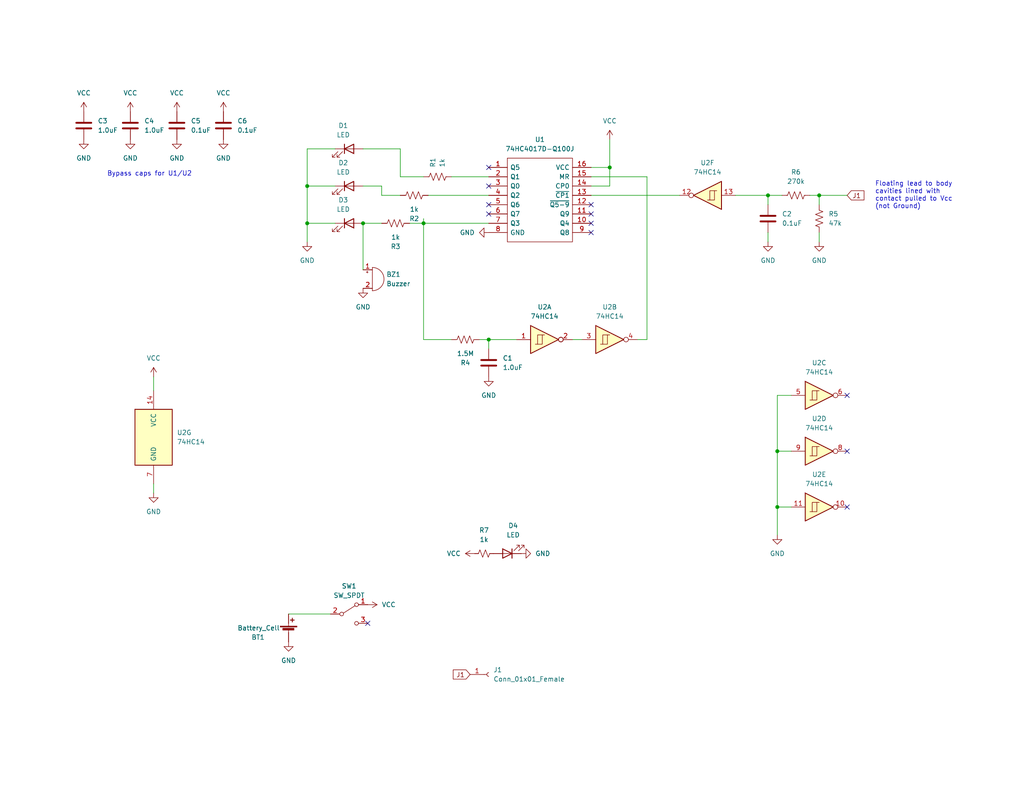
<source format=kicad_sch>
(kicad_sch (version 20211123) (generator eeschema)

  (uuid e63e39d7-6ac0-4ffd-8aa3-1841a4541b55)

  (paper "USLetter")

  (title_block
    (title "BioHack Village Badge")
    (date "2022-06-21")
    (rev "1.1")
    (company "Badge Pirates")
  )

  (lib_symbols
    (symbol "74xx:74HC14" (pin_names (offset 1.016)) (in_bom yes) (on_board yes)
      (property "Reference" "U" (id 0) (at 0 1.27 0)
        (effects (font (size 1.27 1.27)))
      )
      (property "Value" "74HC14" (id 1) (at 0 -1.27 0)
        (effects (font (size 1.27 1.27)))
      )
      (property "Footprint" "" (id 2) (at 0 0 0)
        (effects (font (size 1.27 1.27)) hide)
      )
      (property "Datasheet" "http://www.ti.com/lit/gpn/sn74HC14" (id 3) (at 0 0 0)
        (effects (font (size 1.27 1.27)) hide)
      )
      (property "ki_locked" "" (id 4) (at 0 0 0)
        (effects (font (size 1.27 1.27)))
      )
      (property "ki_keywords" "HCMOS not inverter" (id 5) (at 0 0 0)
        (effects (font (size 1.27 1.27)) hide)
      )
      (property "ki_description" "Hex inverter schmitt trigger" (id 6) (at 0 0 0)
        (effects (font (size 1.27 1.27)) hide)
      )
      (property "ki_fp_filters" "DIP*W7.62mm*" (id 7) (at 0 0 0)
        (effects (font (size 1.27 1.27)) hide)
      )
      (symbol "74HC14_1_0"
        (polyline
          (pts
            (xy -3.81 3.81)
            (xy -3.81 -3.81)
            (xy 3.81 0)
            (xy -3.81 3.81)
          )
          (stroke (width 0.254) (type default) (color 0 0 0 0))
          (fill (type background))
        )
        (pin input line (at -7.62 0 0) (length 3.81)
          (name "~" (effects (font (size 1.27 1.27))))
          (number "1" (effects (font (size 1.27 1.27))))
        )
        (pin output inverted (at 7.62 0 180) (length 3.81)
          (name "~" (effects (font (size 1.27 1.27))))
          (number "2" (effects (font (size 1.27 1.27))))
        )
      )
      (symbol "74HC14_1_1"
        (polyline
          (pts
            (xy -1.905 -1.27)
            (xy -1.905 1.27)
            (xy -0.635 1.27)
          )
          (stroke (width 0) (type default) (color 0 0 0 0))
          (fill (type none))
        )
        (polyline
          (pts
            (xy -2.54 -1.27)
            (xy -0.635 -1.27)
            (xy -0.635 1.27)
            (xy 0 1.27)
          )
          (stroke (width 0) (type default) (color 0 0 0 0))
          (fill (type none))
        )
      )
      (symbol "74HC14_2_0"
        (polyline
          (pts
            (xy -3.81 3.81)
            (xy -3.81 -3.81)
            (xy 3.81 0)
            (xy -3.81 3.81)
          )
          (stroke (width 0.254) (type default) (color 0 0 0 0))
          (fill (type background))
        )
        (pin input line (at -7.62 0 0) (length 3.81)
          (name "~" (effects (font (size 1.27 1.27))))
          (number "3" (effects (font (size 1.27 1.27))))
        )
        (pin output inverted (at 7.62 0 180) (length 3.81)
          (name "~" (effects (font (size 1.27 1.27))))
          (number "4" (effects (font (size 1.27 1.27))))
        )
      )
      (symbol "74HC14_2_1"
        (polyline
          (pts
            (xy -1.905 -1.27)
            (xy -1.905 1.27)
            (xy -0.635 1.27)
          )
          (stroke (width 0) (type default) (color 0 0 0 0))
          (fill (type none))
        )
        (polyline
          (pts
            (xy -2.54 -1.27)
            (xy -0.635 -1.27)
            (xy -0.635 1.27)
            (xy 0 1.27)
          )
          (stroke (width 0) (type default) (color 0 0 0 0))
          (fill (type none))
        )
      )
      (symbol "74HC14_3_0"
        (polyline
          (pts
            (xy -3.81 3.81)
            (xy -3.81 -3.81)
            (xy 3.81 0)
            (xy -3.81 3.81)
          )
          (stroke (width 0.254) (type default) (color 0 0 0 0))
          (fill (type background))
        )
        (pin input line (at -7.62 0 0) (length 3.81)
          (name "~" (effects (font (size 1.27 1.27))))
          (number "5" (effects (font (size 1.27 1.27))))
        )
        (pin output inverted (at 7.62 0 180) (length 3.81)
          (name "~" (effects (font (size 1.27 1.27))))
          (number "6" (effects (font (size 1.27 1.27))))
        )
      )
      (symbol "74HC14_3_1"
        (polyline
          (pts
            (xy -1.905 -1.27)
            (xy -1.905 1.27)
            (xy -0.635 1.27)
          )
          (stroke (width 0) (type default) (color 0 0 0 0))
          (fill (type none))
        )
        (polyline
          (pts
            (xy -2.54 -1.27)
            (xy -0.635 -1.27)
            (xy -0.635 1.27)
            (xy 0 1.27)
          )
          (stroke (width 0) (type default) (color 0 0 0 0))
          (fill (type none))
        )
      )
      (symbol "74HC14_4_0"
        (polyline
          (pts
            (xy -3.81 3.81)
            (xy -3.81 -3.81)
            (xy 3.81 0)
            (xy -3.81 3.81)
          )
          (stroke (width 0.254) (type default) (color 0 0 0 0))
          (fill (type background))
        )
        (pin output inverted (at 7.62 0 180) (length 3.81)
          (name "~" (effects (font (size 1.27 1.27))))
          (number "8" (effects (font (size 1.27 1.27))))
        )
        (pin input line (at -7.62 0 0) (length 3.81)
          (name "~" (effects (font (size 1.27 1.27))))
          (number "9" (effects (font (size 1.27 1.27))))
        )
      )
      (symbol "74HC14_4_1"
        (polyline
          (pts
            (xy -1.905 -1.27)
            (xy -1.905 1.27)
            (xy -0.635 1.27)
          )
          (stroke (width 0) (type default) (color 0 0 0 0))
          (fill (type none))
        )
        (polyline
          (pts
            (xy -2.54 -1.27)
            (xy -0.635 -1.27)
            (xy -0.635 1.27)
            (xy 0 1.27)
          )
          (stroke (width 0) (type default) (color 0 0 0 0))
          (fill (type none))
        )
      )
      (symbol "74HC14_5_0"
        (polyline
          (pts
            (xy -3.81 3.81)
            (xy -3.81 -3.81)
            (xy 3.81 0)
            (xy -3.81 3.81)
          )
          (stroke (width 0.254) (type default) (color 0 0 0 0))
          (fill (type background))
        )
        (pin output inverted (at 7.62 0 180) (length 3.81)
          (name "~" (effects (font (size 1.27 1.27))))
          (number "10" (effects (font (size 1.27 1.27))))
        )
        (pin input line (at -7.62 0 0) (length 3.81)
          (name "~" (effects (font (size 1.27 1.27))))
          (number "11" (effects (font (size 1.27 1.27))))
        )
      )
      (symbol "74HC14_5_1"
        (polyline
          (pts
            (xy -1.905 -1.27)
            (xy -1.905 1.27)
            (xy -0.635 1.27)
          )
          (stroke (width 0) (type default) (color 0 0 0 0))
          (fill (type none))
        )
        (polyline
          (pts
            (xy -2.54 -1.27)
            (xy -0.635 -1.27)
            (xy -0.635 1.27)
            (xy 0 1.27)
          )
          (stroke (width 0) (type default) (color 0 0 0 0))
          (fill (type none))
        )
      )
      (symbol "74HC14_6_0"
        (polyline
          (pts
            (xy -3.81 3.81)
            (xy -3.81 -3.81)
            (xy 3.81 0)
            (xy -3.81 3.81)
          )
          (stroke (width 0.254) (type default) (color 0 0 0 0))
          (fill (type background))
        )
        (pin output inverted (at 7.62 0 180) (length 3.81)
          (name "~" (effects (font (size 1.27 1.27))))
          (number "12" (effects (font (size 1.27 1.27))))
        )
        (pin input line (at -7.62 0 0) (length 3.81)
          (name "~" (effects (font (size 1.27 1.27))))
          (number "13" (effects (font (size 1.27 1.27))))
        )
      )
      (symbol "74HC14_6_1"
        (polyline
          (pts
            (xy -1.905 -1.27)
            (xy -1.905 1.27)
            (xy -0.635 1.27)
          )
          (stroke (width 0) (type default) (color 0 0 0 0))
          (fill (type none))
        )
        (polyline
          (pts
            (xy -2.54 -1.27)
            (xy -0.635 -1.27)
            (xy -0.635 1.27)
            (xy 0 1.27)
          )
          (stroke (width 0) (type default) (color 0 0 0 0))
          (fill (type none))
        )
      )
      (symbol "74HC14_7_0"
        (pin power_in line (at 0 12.7 270) (length 5.08)
          (name "VCC" (effects (font (size 1.27 1.27))))
          (number "14" (effects (font (size 1.27 1.27))))
        )
        (pin power_in line (at 0 -12.7 90) (length 5.08)
          (name "GND" (effects (font (size 1.27 1.27))))
          (number "7" (effects (font (size 1.27 1.27))))
        )
      )
      (symbol "74HC14_7_1"
        (rectangle (start -5.08 7.62) (end 5.08 -7.62)
          (stroke (width 0.254) (type default) (color 0 0 0 0))
          (fill (type background))
        )
      )
    )
    (symbol "Connector:Conn_01x01_Female" (pin_names (offset 1.016) hide) (in_bom yes) (on_board yes)
      (property "Reference" "J" (id 0) (at 0 2.54 0)
        (effects (font (size 1.27 1.27)))
      )
      (property "Value" "Conn_01x01_Female" (id 1) (at 0 -2.54 0)
        (effects (font (size 1.27 1.27)))
      )
      (property "Footprint" "" (id 2) (at 0 0 0)
        (effects (font (size 1.27 1.27)) hide)
      )
      (property "Datasheet" "~" (id 3) (at 0 0 0)
        (effects (font (size 1.27 1.27)) hide)
      )
      (property "ki_keywords" "connector" (id 4) (at 0 0 0)
        (effects (font (size 1.27 1.27)) hide)
      )
      (property "ki_description" "Generic connector, single row, 01x01, script generated (kicad-library-utils/schlib/autogen/connector/)" (id 5) (at 0 0 0)
        (effects (font (size 1.27 1.27)) hide)
      )
      (property "ki_fp_filters" "Connector*:*" (id 6) (at 0 0 0)
        (effects (font (size 1.27 1.27)) hide)
      )
      (symbol "Conn_01x01_Female_1_1"
        (polyline
          (pts
            (xy -1.27 0)
            (xy -0.508 0)
          )
          (stroke (width 0.1524) (type default) (color 0 0 0 0))
          (fill (type none))
        )
        (arc (start 0 0.508) (mid -0.508 0) (end 0 -0.508)
          (stroke (width 0.1524) (type default) (color 0 0 0 0))
          (fill (type none))
        )
        (pin passive line (at -5.08 0 0) (length 3.81)
          (name "Pin_1" (effects (font (size 1.27 1.27))))
          (number "1" (effects (font (size 1.27 1.27))))
        )
      )
    )
    (symbol "Device:Battery_Cell" (pin_numbers hide) (pin_names (offset 0) hide) (in_bom yes) (on_board yes)
      (property "Reference" "BT" (id 0) (at 2.54 2.54 0)
        (effects (font (size 1.27 1.27)) (justify left))
      )
      (property "Value" "Battery_Cell" (id 1) (at 2.54 0 0)
        (effects (font (size 1.27 1.27)) (justify left))
      )
      (property "Footprint" "" (id 2) (at 0 1.524 90)
        (effects (font (size 1.27 1.27)) hide)
      )
      (property "Datasheet" "~" (id 3) (at 0 1.524 90)
        (effects (font (size 1.27 1.27)) hide)
      )
      (property "ki_keywords" "battery cell" (id 4) (at 0 0 0)
        (effects (font (size 1.27 1.27)) hide)
      )
      (property "ki_description" "Single-cell battery" (id 5) (at 0 0 0)
        (effects (font (size 1.27 1.27)) hide)
      )
      (symbol "Battery_Cell_0_1"
        (rectangle (start -2.286 1.778) (end 2.286 1.524)
          (stroke (width 0) (type default) (color 0 0 0 0))
          (fill (type outline))
        )
        (rectangle (start -1.5748 1.1938) (end 1.4732 0.6858)
          (stroke (width 0) (type default) (color 0 0 0 0))
          (fill (type outline))
        )
        (polyline
          (pts
            (xy 0 0.762)
            (xy 0 0)
          )
          (stroke (width 0) (type default) (color 0 0 0 0))
          (fill (type none))
        )
        (polyline
          (pts
            (xy 0 1.778)
            (xy 0 2.54)
          )
          (stroke (width 0) (type default) (color 0 0 0 0))
          (fill (type none))
        )
        (polyline
          (pts
            (xy 0.508 3.429)
            (xy 1.524 3.429)
          )
          (stroke (width 0.254) (type default) (color 0 0 0 0))
          (fill (type none))
        )
        (polyline
          (pts
            (xy 1.016 3.937)
            (xy 1.016 2.921)
          )
          (stroke (width 0.254) (type default) (color 0 0 0 0))
          (fill (type none))
        )
      )
      (symbol "Battery_Cell_1_1"
        (pin passive line (at 0 5.08 270) (length 2.54)
          (name "+" (effects (font (size 1.27 1.27))))
          (number "1" (effects (font (size 1.27 1.27))))
        )
        (pin passive line (at 0 -2.54 90) (length 2.54)
          (name "-" (effects (font (size 1.27 1.27))))
          (number "2" (effects (font (size 1.27 1.27))))
        )
      )
    )
    (symbol "Device:Buzzer" (pin_names (offset 0.0254) hide) (in_bom yes) (on_board yes)
      (property "Reference" "BZ" (id 0) (at 3.81 1.27 0)
        (effects (font (size 1.27 1.27)) (justify left))
      )
      (property "Value" "Buzzer" (id 1) (at 3.81 -1.27 0)
        (effects (font (size 1.27 1.27)) (justify left))
      )
      (property "Footprint" "" (id 2) (at -0.635 2.54 90)
        (effects (font (size 1.27 1.27)) hide)
      )
      (property "Datasheet" "~" (id 3) (at -0.635 2.54 90)
        (effects (font (size 1.27 1.27)) hide)
      )
      (property "ki_keywords" "quartz resonator ceramic" (id 4) (at 0 0 0)
        (effects (font (size 1.27 1.27)) hide)
      )
      (property "ki_description" "Buzzer, polarized" (id 5) (at 0 0 0)
        (effects (font (size 1.27 1.27)) hide)
      )
      (property "ki_fp_filters" "*Buzzer*" (id 6) (at 0 0 0)
        (effects (font (size 1.27 1.27)) hide)
      )
      (symbol "Buzzer_0_1"
        (arc (start 0 -3.175) (mid 3.175 0) (end 0 3.175)
          (stroke (width 0) (type default) (color 0 0 0 0))
          (fill (type none))
        )
        (polyline
          (pts
            (xy -1.651 1.905)
            (xy -1.143 1.905)
          )
          (stroke (width 0) (type default) (color 0 0 0 0))
          (fill (type none))
        )
        (polyline
          (pts
            (xy -1.397 2.159)
            (xy -1.397 1.651)
          )
          (stroke (width 0) (type default) (color 0 0 0 0))
          (fill (type none))
        )
        (polyline
          (pts
            (xy 0 3.175)
            (xy 0 -3.175)
          )
          (stroke (width 0) (type default) (color 0 0 0 0))
          (fill (type none))
        )
      )
      (symbol "Buzzer_1_1"
        (pin passive line (at -2.54 2.54 0) (length 2.54)
          (name "-" (effects (font (size 1.27 1.27))))
          (number "1" (effects (font (size 1.27 1.27))))
        )
        (pin passive line (at -2.54 -2.54 0) (length 2.54)
          (name "+" (effects (font (size 1.27 1.27))))
          (number "2" (effects (font (size 1.27 1.27))))
        )
      )
    )
    (symbol "Device:C" (pin_numbers hide) (pin_names (offset 0.254)) (in_bom yes) (on_board yes)
      (property "Reference" "C" (id 0) (at 0.635 2.54 0)
        (effects (font (size 1.27 1.27)) (justify left))
      )
      (property "Value" "C" (id 1) (at 0.635 -2.54 0)
        (effects (font (size 1.27 1.27)) (justify left))
      )
      (property "Footprint" "" (id 2) (at 0.9652 -3.81 0)
        (effects (font (size 1.27 1.27)) hide)
      )
      (property "Datasheet" "~" (id 3) (at 0 0 0)
        (effects (font (size 1.27 1.27)) hide)
      )
      (property "ki_keywords" "cap capacitor" (id 4) (at 0 0 0)
        (effects (font (size 1.27 1.27)) hide)
      )
      (property "ki_description" "Unpolarized capacitor" (id 5) (at 0 0 0)
        (effects (font (size 1.27 1.27)) hide)
      )
      (property "ki_fp_filters" "C_*" (id 6) (at 0 0 0)
        (effects (font (size 1.27 1.27)) hide)
      )
      (symbol "C_0_1"
        (polyline
          (pts
            (xy -2.032 -0.762)
            (xy 2.032 -0.762)
          )
          (stroke (width 0.508) (type default) (color 0 0 0 0))
          (fill (type none))
        )
        (polyline
          (pts
            (xy -2.032 0.762)
            (xy 2.032 0.762)
          )
          (stroke (width 0.508) (type default) (color 0 0 0 0))
          (fill (type none))
        )
      )
      (symbol "C_1_1"
        (pin passive line (at 0 3.81 270) (length 2.794)
          (name "~" (effects (font (size 1.27 1.27))))
          (number "1" (effects (font (size 1.27 1.27))))
        )
        (pin passive line (at 0 -3.81 90) (length 2.794)
          (name "~" (effects (font (size 1.27 1.27))))
          (number "2" (effects (font (size 1.27 1.27))))
        )
      )
    )
    (symbol "Device:LED" (pin_numbers hide) (pin_names (offset 1.016) hide) (in_bom yes) (on_board yes)
      (property "Reference" "D" (id 0) (at 0 2.54 0)
        (effects (font (size 1.27 1.27)))
      )
      (property "Value" "LED" (id 1) (at 0 -2.54 0)
        (effects (font (size 1.27 1.27)))
      )
      (property "Footprint" "" (id 2) (at 0 0 0)
        (effects (font (size 1.27 1.27)) hide)
      )
      (property "Datasheet" "~" (id 3) (at 0 0 0)
        (effects (font (size 1.27 1.27)) hide)
      )
      (property "ki_keywords" "LED diode" (id 4) (at 0 0 0)
        (effects (font (size 1.27 1.27)) hide)
      )
      (property "ki_description" "Light emitting diode" (id 5) (at 0 0 0)
        (effects (font (size 1.27 1.27)) hide)
      )
      (property "ki_fp_filters" "LED* LED_SMD:* LED_THT:*" (id 6) (at 0 0 0)
        (effects (font (size 1.27 1.27)) hide)
      )
      (symbol "LED_0_1"
        (polyline
          (pts
            (xy -1.27 -1.27)
            (xy -1.27 1.27)
          )
          (stroke (width 0.254) (type default) (color 0 0 0 0))
          (fill (type none))
        )
        (polyline
          (pts
            (xy -1.27 0)
            (xy 1.27 0)
          )
          (stroke (width 0) (type default) (color 0 0 0 0))
          (fill (type none))
        )
        (polyline
          (pts
            (xy 1.27 -1.27)
            (xy 1.27 1.27)
            (xy -1.27 0)
            (xy 1.27 -1.27)
          )
          (stroke (width 0.254) (type default) (color 0 0 0 0))
          (fill (type none))
        )
        (polyline
          (pts
            (xy -3.048 -0.762)
            (xy -4.572 -2.286)
            (xy -3.81 -2.286)
            (xy -4.572 -2.286)
            (xy -4.572 -1.524)
          )
          (stroke (width 0) (type default) (color 0 0 0 0))
          (fill (type none))
        )
        (polyline
          (pts
            (xy -1.778 -0.762)
            (xy -3.302 -2.286)
            (xy -2.54 -2.286)
            (xy -3.302 -2.286)
            (xy -3.302 -1.524)
          )
          (stroke (width 0) (type default) (color 0 0 0 0))
          (fill (type none))
        )
      )
      (symbol "LED_1_1"
        (pin passive line (at -3.81 0 0) (length 2.54)
          (name "K" (effects (font (size 1.27 1.27))))
          (number "1" (effects (font (size 1.27 1.27))))
        )
        (pin passive line (at 3.81 0 180) (length 2.54)
          (name "A" (effects (font (size 1.27 1.27))))
          (number "2" (effects (font (size 1.27 1.27))))
        )
      )
    )
    (symbol "Device:R_Small_US" (pin_numbers hide) (pin_names (offset 0.254) hide) (in_bom yes) (on_board yes)
      (property "Reference" "R" (id 0) (at 0.762 0.508 0)
        (effects (font (size 1.27 1.27)) (justify left))
      )
      (property "Value" "R_Small_US" (id 1) (at 0.762 -1.016 0)
        (effects (font (size 1.27 1.27)) (justify left))
      )
      (property "Footprint" "" (id 2) (at 0 0 0)
        (effects (font (size 1.27 1.27)) hide)
      )
      (property "Datasheet" "~" (id 3) (at 0 0 0)
        (effects (font (size 1.27 1.27)) hide)
      )
      (property "ki_keywords" "r resistor" (id 4) (at 0 0 0)
        (effects (font (size 1.27 1.27)) hide)
      )
      (property "ki_description" "Resistor, small US symbol" (id 5) (at 0 0 0)
        (effects (font (size 1.27 1.27)) hide)
      )
      (property "ki_fp_filters" "R_*" (id 6) (at 0 0 0)
        (effects (font (size 1.27 1.27)) hide)
      )
      (symbol "R_Small_US_1_1"
        (polyline
          (pts
            (xy 0 0)
            (xy 1.016 -0.381)
            (xy 0 -0.762)
            (xy -1.016 -1.143)
            (xy 0 -1.524)
          )
          (stroke (width 0) (type default) (color 0 0 0 0))
          (fill (type none))
        )
        (polyline
          (pts
            (xy 0 1.524)
            (xy 1.016 1.143)
            (xy 0 0.762)
            (xy -1.016 0.381)
            (xy 0 0)
          )
          (stroke (width 0) (type default) (color 0 0 0 0))
          (fill (type none))
        )
        (pin passive line (at 0 2.54 270) (length 1.016)
          (name "~" (effects (font (size 1.27 1.27))))
          (number "1" (effects (font (size 1.27 1.27))))
        )
        (pin passive line (at 0 -2.54 90) (length 1.016)
          (name "~" (effects (font (size 1.27 1.27))))
          (number "2" (effects (font (size 1.27 1.27))))
        )
      )
    )
    (symbol "Device:R_US" (pin_numbers hide) (pin_names (offset 0)) (in_bom yes) (on_board yes)
      (property "Reference" "R" (id 0) (at 2.54 0 90)
        (effects (font (size 1.27 1.27)))
      )
      (property "Value" "R_US" (id 1) (at -2.54 0 90)
        (effects (font (size 1.27 1.27)))
      )
      (property "Footprint" "" (id 2) (at 1.016 -0.254 90)
        (effects (font (size 1.27 1.27)) hide)
      )
      (property "Datasheet" "~" (id 3) (at 0 0 0)
        (effects (font (size 1.27 1.27)) hide)
      )
      (property "ki_keywords" "R res resistor" (id 4) (at 0 0 0)
        (effects (font (size 1.27 1.27)) hide)
      )
      (property "ki_description" "Resistor, US symbol" (id 5) (at 0 0 0)
        (effects (font (size 1.27 1.27)) hide)
      )
      (property "ki_fp_filters" "R_*" (id 6) (at 0 0 0)
        (effects (font (size 1.27 1.27)) hide)
      )
      (symbol "R_US_0_1"
        (polyline
          (pts
            (xy 0 -2.286)
            (xy 0 -2.54)
          )
          (stroke (width 0) (type default) (color 0 0 0 0))
          (fill (type none))
        )
        (polyline
          (pts
            (xy 0 2.286)
            (xy 0 2.54)
          )
          (stroke (width 0) (type default) (color 0 0 0 0))
          (fill (type none))
        )
        (polyline
          (pts
            (xy 0 -0.762)
            (xy 1.016 -1.143)
            (xy 0 -1.524)
            (xy -1.016 -1.905)
            (xy 0 -2.286)
          )
          (stroke (width 0) (type default) (color 0 0 0 0))
          (fill (type none))
        )
        (polyline
          (pts
            (xy 0 0.762)
            (xy 1.016 0.381)
            (xy 0 0)
            (xy -1.016 -0.381)
            (xy 0 -0.762)
          )
          (stroke (width 0) (type default) (color 0 0 0 0))
          (fill (type none))
        )
        (polyline
          (pts
            (xy 0 2.286)
            (xy 1.016 1.905)
            (xy 0 1.524)
            (xy -1.016 1.143)
            (xy 0 0.762)
          )
          (stroke (width 0) (type default) (color 0 0 0 0))
          (fill (type none))
        )
      )
      (symbol "R_US_1_1"
        (pin passive line (at 0 3.81 270) (length 1.27)
          (name "~" (effects (font (size 1.27 1.27))))
          (number "1" (effects (font (size 1.27 1.27))))
        )
        (pin passive line (at 0 -3.81 90) (length 1.27)
          (name "~" (effects (font (size 1.27 1.27))))
          (number "2" (effects (font (size 1.27 1.27))))
        )
      )
    )
    (symbol "Switch:SW_SPDT" (pin_names (offset 0) hide) (in_bom yes) (on_board yes)
      (property "Reference" "SW" (id 0) (at 0 4.318 0)
        (effects (font (size 1.27 1.27)))
      )
      (property "Value" "SW_SPDT" (id 1) (at 0 -5.08 0)
        (effects (font (size 1.27 1.27)))
      )
      (property "Footprint" "" (id 2) (at 0 0 0)
        (effects (font (size 1.27 1.27)) hide)
      )
      (property "Datasheet" "~" (id 3) (at 0 0 0)
        (effects (font (size 1.27 1.27)) hide)
      )
      (property "ki_keywords" "switch single-pole double-throw spdt ON-ON" (id 4) (at 0 0 0)
        (effects (font (size 1.27 1.27)) hide)
      )
      (property "ki_description" "Switch, single pole double throw" (id 5) (at 0 0 0)
        (effects (font (size 1.27 1.27)) hide)
      )
      (symbol "SW_SPDT_0_0"
        (circle (center -2.032 0) (radius 0.508)
          (stroke (width 0) (type default) (color 0 0 0 0))
          (fill (type none))
        )
        (circle (center 2.032 -2.54) (radius 0.508)
          (stroke (width 0) (type default) (color 0 0 0 0))
          (fill (type none))
        )
      )
      (symbol "SW_SPDT_0_1"
        (polyline
          (pts
            (xy -1.524 0.254)
            (xy 1.651 2.286)
          )
          (stroke (width 0) (type default) (color 0 0 0 0))
          (fill (type none))
        )
        (circle (center 2.032 2.54) (radius 0.508)
          (stroke (width 0) (type default) (color 0 0 0 0))
          (fill (type none))
        )
      )
      (symbol "SW_SPDT_1_1"
        (pin passive line (at 5.08 2.54 180) (length 2.54)
          (name "A" (effects (font (size 1.27 1.27))))
          (number "1" (effects (font (size 1.27 1.27))))
        )
        (pin passive line (at -5.08 0 0) (length 2.54)
          (name "B" (effects (font (size 1.27 1.27))))
          (number "2" (effects (font (size 1.27 1.27))))
        )
        (pin passive line (at 5.08 -2.54 180) (length 2.54)
          (name "C" (effects (font (size 1.27 1.27))))
          (number "3" (effects (font (size 1.27 1.27))))
        )
      )
    )
    (symbol "power:GND" (power) (pin_names (offset 0)) (in_bom yes) (on_board yes)
      (property "Reference" "#PWR" (id 0) (at 0 -6.35 0)
        (effects (font (size 1.27 1.27)) hide)
      )
      (property "Value" "GND" (id 1) (at 0 -3.81 0)
        (effects (font (size 1.27 1.27)))
      )
      (property "Footprint" "" (id 2) (at 0 0 0)
        (effects (font (size 1.27 1.27)) hide)
      )
      (property "Datasheet" "" (id 3) (at 0 0 0)
        (effects (font (size 1.27 1.27)) hide)
      )
      (property "ki_keywords" "power-flag" (id 4) (at 0 0 0)
        (effects (font (size 1.27 1.27)) hide)
      )
      (property "ki_description" "Power symbol creates a global label with name \"GND\" , ground" (id 5) (at 0 0 0)
        (effects (font (size 1.27 1.27)) hide)
      )
      (symbol "GND_0_1"
        (polyline
          (pts
            (xy 0 0)
            (xy 0 -1.27)
            (xy 1.27 -1.27)
            (xy 0 -2.54)
            (xy -1.27 -1.27)
            (xy 0 -1.27)
          )
          (stroke (width 0) (type default) (color 0 0 0 0))
          (fill (type none))
        )
      )
      (symbol "GND_1_1"
        (pin power_in line (at 0 0 270) (length 0) hide
          (name "GND" (effects (font (size 1.27 1.27))))
          (number "1" (effects (font (size 1.27 1.27))))
        )
      )
    )
    (symbol "power:VCC" (power) (pin_names (offset 0)) (in_bom yes) (on_board yes)
      (property "Reference" "#PWR" (id 0) (at 0 -3.81 0)
        (effects (font (size 1.27 1.27)) hide)
      )
      (property "Value" "VCC" (id 1) (at 0 3.81 0)
        (effects (font (size 1.27 1.27)))
      )
      (property "Footprint" "" (id 2) (at 0 0 0)
        (effects (font (size 1.27 1.27)) hide)
      )
      (property "Datasheet" "" (id 3) (at 0 0 0)
        (effects (font (size 1.27 1.27)) hide)
      )
      (property "ki_keywords" "power-flag" (id 4) (at 0 0 0)
        (effects (font (size 1.27 1.27)) hide)
      )
      (property "ki_description" "Power symbol creates a global label with name \"VCC\"" (id 5) (at 0 0 0)
        (effects (font (size 1.27 1.27)) hide)
      )
      (symbol "VCC_0_1"
        (polyline
          (pts
            (xy -0.762 1.27)
            (xy 0 2.54)
          )
          (stroke (width 0) (type default) (color 0 0 0 0))
          (fill (type none))
        )
        (polyline
          (pts
            (xy 0 0)
            (xy 0 2.54)
          )
          (stroke (width 0) (type default) (color 0 0 0 0))
          (fill (type none))
        )
        (polyline
          (pts
            (xy 0 2.54)
            (xy 0.762 1.27)
          )
          (stroke (width 0) (type default) (color 0 0 0 0))
          (fill (type none))
        )
      )
      (symbol "VCC_1_1"
        (pin power_in line (at 0 0 90) (length 0) hide
          (name "VCC" (effects (font (size 1.27 1.27))))
          (number "1" (effects (font (size 1.27 1.27))))
        )
      )
    )
    (symbol "test:74HC4017D-Q100J" (pin_names (offset 0.762)) (in_bom yes) (on_board yes)
      (property "Reference" "U1" (id 0) (at 13.97 7.62 0)
        (effects (font (size 1.27 1.27)))
      )
      (property "Value" "74HC4017D-Q100J" (id 1) (at 13.97 5.08 0)
        (effects (font (size 1.27 1.27)))
      )
      (property "Footprint" "BadgePirates:SOIC127P600X175-16N" (id 2) (at 24.13 2.54 0)
        (effects (font (size 1.27 1.27)) (justify left) hide)
      )
      (property "Datasheet" "https://assets.nexperia.com/documents/data-sheet/74HC_HCT4017_Q100.pdf" (id 3) (at 24.13 0 0)
        (effects (font (size 1.27 1.27)) (justify left) hide)
      )
      (property "Description" "74HC(T)4017-Q100 - Johnson decade counter with 10 decoded outputs@en-us" (id 4) (at 24.13 -2.54 0)
        (effects (font (size 1.27 1.27)) (justify left) hide)
      )
      (property "Height" "1.75" (id 5) (at 24.13 -5.08 0)
        (effects (font (size 1.27 1.27)) (justify left) hide)
      )
      (property "Mouser Part Number" "771-74HC4017D-Q100J" (id 6) (at 24.13 -7.62 0)
        (effects (font (size 1.27 1.27)) (justify left) hide)
      )
      (property "Mouser Price/Stock" "https://www.mouser.co.uk/ProductDetail/Nexperia/74HC4017D-Q100J?qs=lH1ILECabYm5z5jjRSv02A%3D%3D" (id 7) (at 24.13 -10.16 0)
        (effects (font (size 1.27 1.27)) (justify left) hide)
      )
      (property "Manufacturer_Name" "Nexperia" (id 8) (at 24.13 -12.7 0)
        (effects (font (size 1.27 1.27)) (justify left) hide)
      )
      (property "Manufacturer_Part_Number" "74HC4017D-Q100J" (id 9) (at 24.13 -15.24 0)
        (effects (font (size 1.27 1.27)) (justify left) hide)
      )
      (property "ki_description" "74HC(T)4017-Q100 - Johnson decade counter with 10 decoded outputs@en-us" (id 10) (at 0 0 0)
        (effects (font (size 1.27 1.27)) hide)
      )
      (symbol "74HC4017D-Q100J_0_0"
        (pin output line (at 0 0 0) (length 5.08)
          (name "Q5" (effects (font (size 1.27 1.27))))
          (number "1" (effects (font (size 1.27 1.27))))
        )
        (pin output line (at 27.94 -15.24 180) (length 5.08)
          (name "Q4" (effects (font (size 1.27 1.27))))
          (number "10" (effects (font (size 1.27 1.27))))
        )
        (pin output line (at 27.94 -12.7 180) (length 5.08)
          (name "Q9" (effects (font (size 1.27 1.27))))
          (number "11" (effects (font (size 1.27 1.27))))
        )
        (pin output line (at 27.94 -10.16 180) (length 5.08)
          (name "~{Q5-9}" (effects (font (size 1.27 1.27))))
          (number "12" (effects (font (size 1.27 1.27))))
        )
        (pin input line (at 27.94 -7.62 180) (length 5.08)
          (name "~{CP1}" (effects (font (size 1.27 1.27))))
          (number "13" (effects (font (size 1.27 1.27))))
        )
        (pin input line (at 27.94 -5.08 180) (length 5.08)
          (name "CP0" (effects (font (size 1.27 1.27))))
          (number "14" (effects (font (size 1.27 1.27))))
        )
        (pin input line (at 27.94 -2.54 180) (length 5.08)
          (name "MR" (effects (font (size 1.27 1.27))))
          (number "15" (effects (font (size 1.27 1.27))))
        )
        (pin power_in line (at 27.94 0 180) (length 5.08)
          (name "VCC" (effects (font (size 1.27 1.27))))
          (number "16" (effects (font (size 1.27 1.27))))
        )
        (pin output line (at 0 -2.54 0) (length 5.08)
          (name "Q1" (effects (font (size 1.27 1.27))))
          (number "2" (effects (font (size 1.27 1.27))))
        )
        (pin output line (at 0 -5.08 0) (length 5.08)
          (name "Q0" (effects (font (size 1.27 1.27))))
          (number "3" (effects (font (size 1.27 1.27))))
        )
        (pin output line (at 0 -7.62 0) (length 5.08)
          (name "Q2" (effects (font (size 1.27 1.27))))
          (number "4" (effects (font (size 1.27 1.27))))
        )
        (pin output line (at 0 -10.16 0) (length 5.08)
          (name "Q6" (effects (font (size 1.27 1.27))))
          (number "5" (effects (font (size 1.27 1.27))))
        )
        (pin output line (at 0 -12.7 0) (length 5.08)
          (name "Q7" (effects (font (size 1.27 1.27))))
          (number "6" (effects (font (size 1.27 1.27))))
        )
        (pin output line (at 0 -15.24 0) (length 5.08)
          (name "Q3" (effects (font (size 1.27 1.27))))
          (number "7" (effects (font (size 1.27 1.27))))
        )
        (pin power_in line (at 0 -17.78 0) (length 5.08)
          (name "GND" (effects (font (size 1.27 1.27))))
          (number "8" (effects (font (size 1.27 1.27))))
        )
        (pin output line (at 27.94 -17.78 180) (length 5.08)
          (name "Q8" (effects (font (size 1.27 1.27))))
          (number "9" (effects (font (size 1.27 1.27))))
        )
      )
      (symbol "74HC4017D-Q100J_0_1"
        (polyline
          (pts
            (xy 5.08 2.54)
            (xy 22.86 2.54)
            (xy 22.86 -20.32)
            (xy 5.08 -20.32)
            (xy 5.08 2.54)
          )
          (stroke (width 0.1524) (type default) (color 0 0 0 0))
          (fill (type none))
        )
      )
    )
  )


  (junction (at 99.06 60.96) (diameter 0) (color 0 0 0 0)
    (uuid 134a9df2-3fa0-42f0-b0f1-87abc4df5d32)
  )
  (junction (at 115.57 60.96) (diameter 0) (color 0 0 0 0)
    (uuid 2fd598ac-e26a-48e4-ba32-e0656f902175)
  )
  (junction (at 166.37 45.72) (diameter 0) (color 0 0 0 0)
    (uuid 3284abaa-c457-4e63-8603-efa998777e76)
  )
  (junction (at 133.35 92.71) (diameter 0) (color 0 0 0 0)
    (uuid 3cb0c8f9-b914-49b2-a1f6-d49fc72f0f6c)
  )
  (junction (at 83.82 60.96) (diameter 0) (color 0 0 0 0)
    (uuid 5754d648-1a07-41af-b061-ad5b05ebb5f3)
  )
  (junction (at 212.09 138.43) (diameter 0) (color 0 0 0 0)
    (uuid 7ff2c418-2436-4ded-85dc-53399e43f73d)
  )
  (junction (at 209.55 53.34) (diameter 0) (color 0 0 0 0)
    (uuid 8d2d6faa-85c7-42eb-ad0f-ac340aa795cf)
  )
  (junction (at 212.09 123.19) (diameter 0) (color 0 0 0 0)
    (uuid 913b54c0-bd2f-4f2e-a9e6-68c042abe13d)
  )
  (junction (at 83.82 50.8) (diameter 0) (color 0 0 0 0)
    (uuid bb394c9d-493b-42b7-8cdd-782a764f3309)
  )
  (junction (at 223.52 53.34) (diameter 0) (color 0 0 0 0)
    (uuid e9006c11-cdeb-4b17-91a6-84f86340ba34)
  )

  (no_connect (at 231.14 107.95) (uuid 32d73a18-cebd-4cdb-a03a-5cad9d41ede1))
  (no_connect (at 231.14 138.43) (uuid 32d73a18-cebd-4cdb-a03a-5cad9d41ede2))
  (no_connect (at 231.14 123.19) (uuid 32d73a18-cebd-4cdb-a03a-5cad9d41ede4))
  (no_connect (at 133.35 45.72) (uuid 763621dc-4ad2-4a70-b65e-82c815de2661))
  (no_connect (at 100.33 170.18) (uuid 9c7cde62-3a2b-4a32-84e4-0949ef2d6932))
  (no_connect (at 161.29 55.88) (uuid ba6c5733-86dc-4607-8e71-57a7594a571e))
  (no_connect (at 133.35 55.88) (uuid ba6c5733-86dc-4607-8e71-57a7594a571f))
  (no_connect (at 133.35 50.8) (uuid ba6c5733-86dc-4607-8e71-57a7594a5720))
  (no_connect (at 133.35 58.42) (uuid ba6c5733-86dc-4607-8e71-57a7594a5721))
  (no_connect (at 161.29 58.42) (uuid ba6c5733-86dc-4607-8e71-57a7594a5722))
  (no_connect (at 161.29 63.5) (uuid ba6c5733-86dc-4607-8e71-57a7594a5723))
  (no_connect (at 161.29 60.96) (uuid c5ef87b7-6d4c-48a5-b1f2-7d270bde84f0))

  (wire (pts (xy 83.82 40.64) (xy 83.82 50.8))
    (stroke (width 0) (type default) (color 0 0 0 0))
    (uuid 0e2f3283-bf88-45c0-9d75-0bb7de721243)
  )
  (wire (pts (xy 161.29 53.34) (xy 185.42 53.34))
    (stroke (width 0) (type default) (color 0 0 0 0))
    (uuid 14dc369a-0ed6-48da-a97f-fc1ad7fb7902)
  )
  (wire (pts (xy 209.55 63.5) (xy 209.55 66.04))
    (stroke (width 0) (type default) (color 0 0 0 0))
    (uuid 15c6f1f4-ed5b-4dc4-9b52-c60462a78aa8)
  )
  (wire (pts (xy 133.35 92.71) (xy 140.97 92.71))
    (stroke (width 0) (type default) (color 0 0 0 0))
    (uuid 15cf3807-8fc8-427b-b4cb-96c1700a89a7)
  )
  (wire (pts (xy 83.82 50.8) (xy 91.44 50.8))
    (stroke (width 0) (type default) (color 0 0 0 0))
    (uuid 1a8a3afb-5e65-4f51-8eeb-ff62654645d3)
  )
  (wire (pts (xy 78.74 167.64) (xy 90.17 167.64))
    (stroke (width 0) (type default) (color 0 0 0 0))
    (uuid 1c965801-6c34-46ff-9c3f-3b7692539c0c)
  )
  (wire (pts (xy 212.09 138.43) (xy 215.9 138.43))
    (stroke (width 0) (type default) (color 0 0 0 0))
    (uuid 1df5b885-16fc-4e53-9352-734a2b2b89eb)
  )
  (wire (pts (xy 133.35 48.26) (xy 123.19 48.26))
    (stroke (width 0) (type default) (color 0 0 0 0))
    (uuid 22a8b8ff-22dc-49ba-ae96-8fd64d5b8999)
  )
  (wire (pts (xy 200.66 53.34) (xy 209.55 53.34))
    (stroke (width 0) (type default) (color 0 0 0 0))
    (uuid 2f2c1fd1-662e-49a5-8d7a-8630cddc26bf)
  )
  (wire (pts (xy 109.22 53.34) (xy 104.14 53.34))
    (stroke (width 0) (type default) (color 0 0 0 0))
    (uuid 33879b70-d396-4041-842f-a8b8a55ba936)
  )
  (wire (pts (xy 209.55 53.34) (xy 213.36 53.34))
    (stroke (width 0) (type default) (color 0 0 0 0))
    (uuid 35ebc1d5-9a75-4cc9-95b4-2ac1f7b06eda)
  )
  (wire (pts (xy 91.44 40.64) (xy 83.82 40.64))
    (stroke (width 0) (type default) (color 0 0 0 0))
    (uuid 3e8f6b32-ef2e-4c64-bbb5-7e90ea073f19)
  )
  (wire (pts (xy 133.35 60.96) (xy 115.57 60.96))
    (stroke (width 0) (type default) (color 0 0 0 0))
    (uuid 43c721c4-60aa-4a35-8a22-8c16698a2ea9)
  )
  (wire (pts (xy 161.29 50.8) (xy 166.37 50.8))
    (stroke (width 0) (type default) (color 0 0 0 0))
    (uuid 478b4bd1-6c83-469c-96e3-0ef2222c8336)
  )
  (wire (pts (xy 176.53 48.26) (xy 176.53 92.71))
    (stroke (width 0) (type default) (color 0 0 0 0))
    (uuid 4bacd207-e01c-43e2-b3a6-278a5bd71d0b)
  )
  (wire (pts (xy 212.09 138.43) (xy 212.09 123.19))
    (stroke (width 0) (type default) (color 0 0 0 0))
    (uuid 4fc67484-327d-494c-b46c-030bb28f2f70)
  )
  (wire (pts (xy 161.29 45.72) (xy 166.37 45.72))
    (stroke (width 0) (type default) (color 0 0 0 0))
    (uuid 511e4285-749b-4396-9658-cbe7c108b809)
  )
  (wire (pts (xy 156.21 92.71) (xy 158.75 92.71))
    (stroke (width 0) (type default) (color 0 0 0 0))
    (uuid 514b2048-462c-490f-a2ba-4300f6df7aee)
  )
  (wire (pts (xy 115.57 48.26) (xy 109.22 48.26))
    (stroke (width 0) (type default) (color 0 0 0 0))
    (uuid 52d41a88-e6b2-4fc6-ba83-eed83c66c053)
  )
  (wire (pts (xy 115.57 59.69) (xy 115.57 60.96))
    (stroke (width 0) (type default) (color 0 0 0 0))
    (uuid 56f61354-bd3c-449e-961c-45c3e7f0db28)
  )
  (wire (pts (xy 109.22 40.64) (xy 99.06 40.64))
    (stroke (width 0) (type default) (color 0 0 0 0))
    (uuid 57b3db7d-5cb8-4ac0-a7e7-d48ff0da48d1)
  )
  (wire (pts (xy 83.82 60.96) (xy 83.82 66.04))
    (stroke (width 0) (type default) (color 0 0 0 0))
    (uuid 64303bd4-7189-4674-be81-0b2c6f00a059)
  )
  (wire (pts (xy 130.81 92.71) (xy 133.35 92.71))
    (stroke (width 0) (type default) (color 0 0 0 0))
    (uuid 690851a1-6c0c-4254-9bb7-199485f00f2e)
  )
  (wire (pts (xy 109.22 48.26) (xy 109.22 40.64))
    (stroke (width 0) (type default) (color 0 0 0 0))
    (uuid 70285b15-d7b4-456e-934f-c1617ff8e404)
  )
  (wire (pts (xy 209.55 53.34) (xy 209.55 55.88))
    (stroke (width 0) (type default) (color 0 0 0 0))
    (uuid 71a64b0b-ea0c-41bf-9bc2-ca07a7ad61c1)
  )
  (wire (pts (xy 220.98 53.34) (xy 223.52 53.34))
    (stroke (width 0) (type default) (color 0 0 0 0))
    (uuid 7a9068d8-4bfb-4986-bae5-8a1ffba7362b)
  )
  (wire (pts (xy 115.57 92.71) (xy 123.19 92.71))
    (stroke (width 0) (type default) (color 0 0 0 0))
    (uuid 8941a4d6-9881-4c7b-a8f1-5be87f7224c0)
  )
  (wire (pts (xy 83.82 50.8) (xy 83.82 60.96))
    (stroke (width 0) (type default) (color 0 0 0 0))
    (uuid 8d95d40f-3359-4825-a105-9dd1e1cb7fa4)
  )
  (wire (pts (xy 223.52 53.34) (xy 223.52 55.88))
    (stroke (width 0) (type default) (color 0 0 0 0))
    (uuid 8ea6b7bb-4d7d-4e85-ad03-2315da4068e4)
  )
  (wire (pts (xy 133.35 92.71) (xy 133.35 95.25))
    (stroke (width 0) (type default) (color 0 0 0 0))
    (uuid 989dac0b-5bcd-495a-8e64-ca464cac4e67)
  )
  (wire (pts (xy 212.09 138.43) (xy 212.09 146.05))
    (stroke (width 0) (type default) (color 0 0 0 0))
    (uuid 99130f32-4ad0-4f43-8e18-f2aa8ef4cfb6)
  )
  (wire (pts (xy 212.09 123.19) (xy 215.9 123.19))
    (stroke (width 0) (type default) (color 0 0 0 0))
    (uuid 9e592672-a263-4b49-89c8-50354b310621)
  )
  (wire (pts (xy 166.37 45.72) (xy 166.37 38.1))
    (stroke (width 0) (type default) (color 0 0 0 0))
    (uuid 9faddaf7-8bcc-4024-8181-a26c92f81e67)
  )
  (wire (pts (xy 104.14 50.8) (xy 99.06 50.8))
    (stroke (width 0) (type default) (color 0 0 0 0))
    (uuid a43a72d7-6cd5-4e50-9189-cfa2cfa36f88)
  )
  (wire (pts (xy 173.99 92.71) (xy 176.53 92.71))
    (stroke (width 0) (type default) (color 0 0 0 0))
    (uuid a5b180d8-e9ef-4b46-b803-c6986e44f666)
  )
  (wire (pts (xy 223.52 63.5) (xy 223.52 66.04))
    (stroke (width 0) (type default) (color 0 0 0 0))
    (uuid ac1f0bab-fc49-4094-aafc-609e3c7609b1)
  )
  (wire (pts (xy 133.35 53.34) (xy 116.84 53.34))
    (stroke (width 0) (type default) (color 0 0 0 0))
    (uuid b05d406e-695b-470a-81a7-38e0ffedefdd)
  )
  (wire (pts (xy 223.52 53.34) (xy 231.14 53.34))
    (stroke (width 0) (type default) (color 0 0 0 0))
    (uuid b21ec4e7-4214-4762-9643-7498abda4ad4)
  )
  (wire (pts (xy 83.82 60.96) (xy 91.44 60.96))
    (stroke (width 0) (type default) (color 0 0 0 0))
    (uuid bfa8a556-eb58-4548-ab6c-3ceccb27ebbe)
  )
  (wire (pts (xy 99.06 60.96) (xy 99.06 73.66))
    (stroke (width 0) (type default) (color 0 0 0 0))
    (uuid c22214f7-a792-48e8-8ef9-1e8ffa48cf41)
  )
  (wire (pts (xy 104.14 60.96) (xy 99.06 60.96))
    (stroke (width 0) (type default) (color 0 0 0 0))
    (uuid c516cbb0-f2ed-4d34-bf25-d5dfce9670e9)
  )
  (wire (pts (xy 212.09 107.95) (xy 215.9 107.95))
    (stroke (width 0) (type default) (color 0 0 0 0))
    (uuid d5d9d93c-3536-4c4a-9ee2-f20a366134b6)
  )
  (wire (pts (xy 104.14 53.34) (xy 104.14 50.8))
    (stroke (width 0) (type default) (color 0 0 0 0))
    (uuid d918ca12-4e64-4169-b70f-e59f9de8f8bf)
  )
  (wire (pts (xy 212.09 123.19) (xy 212.09 107.95))
    (stroke (width 0) (type default) (color 0 0 0 0))
    (uuid f02e33a5-2bcb-4313-894c-5d63b683631f)
  )
  (wire (pts (xy 41.91 102.87) (xy 41.91 106.68))
    (stroke (width 0) (type default) (color 0 0 0 0))
    (uuid f2d97e3c-ad9e-456f-9b2b-f3093e72d746)
  )
  (wire (pts (xy 115.57 60.96) (xy 111.76 60.96))
    (stroke (width 0) (type default) (color 0 0 0 0))
    (uuid f31570ee-25d2-4426-9f56-fc0e123d76f4)
  )
  (wire (pts (xy 41.91 132.08) (xy 41.91 134.62))
    (stroke (width 0) (type default) (color 0 0 0 0))
    (uuid f343062f-b1c8-4c7e-a73f-c2fe035e2465)
  )
  (wire (pts (xy 115.57 60.96) (xy 115.57 92.71))
    (stroke (width 0) (type default) (color 0 0 0 0))
    (uuid f6664f82-811e-4c2c-84b3-459c5dcc1089)
  )
  (wire (pts (xy 161.29 48.26) (xy 176.53 48.26))
    (stroke (width 0) (type default) (color 0 0 0 0))
    (uuid f81f7561-b9ba-42da-afef-ba647e38e801)
  )
  (wire (pts (xy 166.37 50.8) (xy 166.37 45.72))
    (stroke (width 0) (type default) (color 0 0 0 0))
    (uuid f855c9cc-acae-4909-885d-dc98838b0a1a)
  )

  (text "Floating lead to body\ncavities lined with\ncontact pulled to Vcc\n(not Ground)"
    (at 238.76 57.15 0)
    (effects (font (size 1.27 1.27)) (justify left bottom))
    (uuid 4c7d426e-22da-4ca6-b298-3fd425bef36c)
  )
  (text "Bypass caps for U1/U2" (at 29.21 48.26 0)
    (effects (font (size 1.27 1.27)) (justify left bottom))
    (uuid e51646cb-866a-4267-b167-79f20d9073fc)
  )

  (global_label "J1" (shape input) (at 231.14 53.34 0) (fields_autoplaced)
    (effects (font (size 1.27 1.27)) (justify left))
    (uuid 0988df8c-66b5-4eeb-a66c-48e3f94b79fa)
    (property "Intersheet References" "${INTERSHEET_REFS}" (id 0) (at 235.7302 53.2606 0)
      (effects (font (size 1.27 1.27)) (justify left) hide)
    )
  )
  (global_label "J1" (shape input) (at 128.27 184.15 180) (fields_autoplaced)
    (effects (font (size 1.27 1.27)) (justify right))
    (uuid b4967b8d-49b1-4f59-8864-21eda7f265dc)
    (property "Intersheet References" "${INTERSHEET_REFS}" (id 0) (at 123.6798 184.0706 0)
      (effects (font (size 1.27 1.27)) (justify right) hide)
    )
  )

  (symbol (lib_id "power:GND") (at 22.86 38.1 0) (unit 1)
    (in_bom yes) (on_board yes) (fields_autoplaced)
    (uuid 075ff373-7722-4a7e-a727-5bf017fc00a7)
    (property "Reference" "#PWR02" (id 0) (at 22.86 44.45 0)
      (effects (font (size 1.27 1.27)) hide)
    )
    (property "Value" "GND" (id 1) (at 22.86 43.18 0))
    (property "Footprint" "" (id 2) (at 22.86 38.1 0)
      (effects (font (size 1.27 1.27)) hide)
    )
    (property "Datasheet" "" (id 3) (at 22.86 38.1 0)
      (effects (font (size 1.27 1.27)) hide)
    )
    (pin "1" (uuid 7af31902-a476-4d1a-be52-6d3a83c15eb8))
  )

  (symbol (lib_id "power:GND") (at 60.96 38.1 0) (unit 1)
    (in_bom yes) (on_board yes) (fields_autoplaced)
    (uuid 0b9557bb-a87a-417b-84a4-1230194c6f1d)
    (property "Reference" "#PWR08" (id 0) (at 60.96 44.45 0)
      (effects (font (size 1.27 1.27)) hide)
    )
    (property "Value" "GND" (id 1) (at 60.96 43.18 0))
    (property "Footprint" "" (id 2) (at 60.96 38.1 0)
      (effects (font (size 1.27 1.27)) hide)
    )
    (property "Datasheet" "" (id 3) (at 60.96 38.1 0)
      (effects (font (size 1.27 1.27)) hide)
    )
    (pin "1" (uuid 525cbf6f-f80d-44c1-815a-f5400a341111))
  )

  (symbol (lib_id "Device:LED") (at 95.25 40.64 0) (unit 1)
    (in_bom yes) (on_board yes) (fields_autoplaced)
    (uuid 0fdc6f30-77bc-4e9b-8665-c8aa9acf5bf9)
    (property "Reference" "D1" (id 0) (at 93.6625 34.29 0))
    (property "Value" "LED" (id 1) (at 93.6625 36.83 0))
    (property "Footprint" "BadgePirates:LED_Osram_Lx_P47F_D2mm_ReverseMount_Proper_Mask Only" (id 2) (at 95.25 40.64 0)
      (effects (font (size 1.27 1.27)) hide)
    )
    (property "Datasheet" "~" (id 3) (at 95.25 40.64 0)
      (effects (font (size 1.27 1.27)) hide)
    )
    (pin "1" (uuid b5071759-a4d7-4769-be02-251f23cd4454))
    (pin "2" (uuid cada57e2-1fa7-4b9d-a2a0-2218773d5c50))
  )

  (symbol (lib_id "power:GND") (at 223.52 66.04 0) (unit 1)
    (in_bom yes) (on_board yes) (fields_autoplaced)
    (uuid 107f5a37-4a16-43cf-aede-c3dbf7242fe6)
    (property "Reference" "#PWR0108" (id 0) (at 223.52 72.39 0)
      (effects (font (size 1.27 1.27)) hide)
    )
    (property "Value" "GND" (id 1) (at 223.52 71.12 0))
    (property "Footprint" "" (id 2) (at 223.52 66.04 0)
      (effects (font (size 1.27 1.27)) hide)
    )
    (property "Datasheet" "" (id 3) (at 223.52 66.04 0)
      (effects (font (size 1.27 1.27)) hide)
    )
    (pin "1" (uuid c66af9f7-02d7-4900-a540-0b032e90f3ad))
  )

  (symbol (lib_id "power:VCC") (at 129.54 151.13 90) (unit 1)
    (in_bom yes) (on_board yes) (fields_autoplaced)
    (uuid 11613f84-55b1-4cf8-92c3-5c5bae7ed329)
    (property "Reference" "#PWR0112" (id 0) (at 133.35 151.13 0)
      (effects (font (size 1.27 1.27)) hide)
    )
    (property "Value" "VCC" (id 1) (at 125.73 151.1299 90)
      (effects (font (size 1.27 1.27)) (justify left))
    )
    (property "Footprint" "" (id 2) (at 129.54 151.13 0)
      (effects (font (size 1.27 1.27)) hide)
    )
    (property "Datasheet" "" (id 3) (at 129.54 151.13 0)
      (effects (font (size 1.27 1.27)) hide)
    )
    (pin "1" (uuid 337d3eba-579b-43c2-b3bf-f1a25aed390a))
  )

  (symbol (lib_id "Device:C") (at 209.55 59.69 0) (unit 1)
    (in_bom yes) (on_board yes) (fields_autoplaced)
    (uuid 18c500b8-5509-49e7-ab3a-9b14ef1d2ff4)
    (property "Reference" "C2" (id 0) (at 213.36 58.4199 0)
      (effects (font (size 1.27 1.27)) (justify left))
    )
    (property "Value" "0.1uF" (id 1) (at 213.36 60.9599 0)
      (effects (font (size 1.27 1.27)) (justify left))
    )
    (property "Footprint" "Capacitor_SMD:C_0805_2012Metric" (id 2) (at 210.5152 63.5 0)
      (effects (font (size 1.27 1.27)) hide)
    )
    (property "Datasheet" "~" (id 3) (at 209.55 59.69 0)
      (effects (font (size 1.27 1.27)) hide)
    )
    (pin "1" (uuid bcf5c026-e043-4662-914c-f9b5196097a2))
    (pin "2" (uuid 4dae68ad-e6e4-462f-946b-0975e7405ca1))
  )

  (symbol (lib_id "power:VCC") (at 22.86 30.48 0) (unit 1)
    (in_bom yes) (on_board yes) (fields_autoplaced)
    (uuid 23b40b70-4fc4-4f52-8018-13a040a2d8bc)
    (property "Reference" "#PWR01" (id 0) (at 22.86 34.29 0)
      (effects (font (size 1.27 1.27)) hide)
    )
    (property "Value" "VCC" (id 1) (at 22.86 25.4 0))
    (property "Footprint" "" (id 2) (at 22.86 30.48 0)
      (effects (font (size 1.27 1.27)) hide)
    )
    (property "Datasheet" "" (id 3) (at 22.86 30.48 0)
      (effects (font (size 1.27 1.27)) hide)
    )
    (pin "1" (uuid e373b048-7182-4371-8ea9-4fc408a64a3a))
  )

  (symbol (lib_id "Device:LED") (at 95.25 50.8 0) (unit 1)
    (in_bom yes) (on_board yes)
    (uuid 24be7683-0d0c-48a3-a95b-4c61b80b3987)
    (property "Reference" "D2" (id 0) (at 93.6625 44.45 0))
    (property "Value" "LED" (id 1) (at 93.6625 46.99 0))
    (property "Footprint" "BadgePirates:LED_Osram_Lx_P47F_D2mm_ReverseMount_Proper_Mask Only" (id 2) (at 95.25 50.8 0)
      (effects (font (size 1.27 1.27)) hide)
    )
    (property "Datasheet" "~" (id 3) (at 95.25 50.8 0)
      (effects (font (size 1.27 1.27)) hide)
    )
    (pin "1" (uuid 51306f00-a514-4657-981d-b3b78519adca))
    (pin "2" (uuid e8e55658-2028-46d8-a3f7-08a8bc382ca6))
  )

  (symbol (lib_id "74xx:74HC14") (at 193.04 53.34 180) (unit 6)
    (in_bom yes) (on_board yes) (fields_autoplaced)
    (uuid 2d3a4185-d270-4079-9e76-7fe380fcb89c)
    (property "Reference" "U2" (id 0) (at 193.04 44.45 0))
    (property "Value" "74HC14" (id 1) (at 193.04 46.99 0))
    (property "Footprint" "Package_SO:SO-14_3.9x8.65mm_P1.27mm" (id 2) (at 193.04 53.34 0)
      (effects (font (size 1.27 1.27)) hide)
    )
    (property "Datasheet" "http://www.ti.com/lit/gpn/sn74HC14" (id 3) (at 193.04 53.34 0)
      (effects (font (size 1.27 1.27)) hide)
    )
    (pin "1" (uuid 60361916-5db4-48ed-91b7-752e697ce396))
    (pin "2" (uuid 5fe78c32-2678-4a41-ae8b-c86f5afecb16))
    (pin "3" (uuid ca673da0-a9f1-4a30-a90a-430c89eb68c8))
    (pin "4" (uuid 85118140-9c9c-4038-981f-943cccb7a847))
    (pin "5" (uuid fcc05309-db79-4d20-bed5-022b9ff14e3b))
    (pin "6" (uuid 99b7804b-eca4-4f0c-b55f-222f3e6697b0))
    (pin "8" (uuid 2bdf082f-fd71-4ddf-809d-ed9e1d65fc13))
    (pin "9" (uuid 560e8ed4-e6d0-4d39-8bfe-8a41f3430dfb))
    (pin "10" (uuid 195019f9-0217-4bac-9fe0-4f75f9323877))
    (pin "11" (uuid e2a1f9b8-2a3f-48e0-8b33-d0bd47787e2d))
    (pin "12" (uuid cbb531be-ed98-4cbb-b9fd-97bb756e5045))
    (pin "13" (uuid add4f6f8-b035-473b-a398-0c73b32032d2))
    (pin "14" (uuid f027c51c-a695-4eaf-8ff9-342ec7db9b24))
    (pin "7" (uuid 472a12c4-ebb2-4075-8ff3-7b09ec4d6e4b))
  )

  (symbol (lib_id "Device:C") (at 133.35 99.06 0) (unit 1)
    (in_bom yes) (on_board yes) (fields_autoplaced)
    (uuid 2dcd899a-de55-4799-9e26-d14c996d11a2)
    (property "Reference" "C1" (id 0) (at 137.16 97.7899 0)
      (effects (font (size 1.27 1.27)) (justify left))
    )
    (property "Value" "1.0uF" (id 1) (at 137.16 100.3299 0)
      (effects (font (size 1.27 1.27)) (justify left))
    )
    (property "Footprint" "Capacitor_SMD:C_0805_2012Metric" (id 2) (at 134.3152 102.87 0)
      (effects (font (size 1.27 1.27)) hide)
    )
    (property "Datasheet" "~" (id 3) (at 133.35 99.06 0)
      (effects (font (size 1.27 1.27)) hide)
    )
    (pin "1" (uuid fd9d9fee-bd65-427c-b623-34e3004c6db4))
    (pin "2" (uuid a037f772-3ebb-4aaa-8b81-a3557f9ea1a8))
  )

  (symbol (lib_id "Device:C") (at 60.96 34.29 0) (unit 1)
    (in_bom yes) (on_board yes) (fields_autoplaced)
    (uuid 3eb98d1b-5e32-4a63-a41f-13410d230b37)
    (property "Reference" "C6" (id 0) (at 64.77 33.0199 0)
      (effects (font (size 1.27 1.27)) (justify left))
    )
    (property "Value" "0.1uF" (id 1) (at 64.77 35.5599 0)
      (effects (font (size 1.27 1.27)) (justify left))
    )
    (property "Footprint" "Capacitor_SMD:C_0805_2012Metric" (id 2) (at 61.9252 38.1 0)
      (effects (font (size 1.27 1.27)) hide)
    )
    (property "Datasheet" "~" (id 3) (at 60.96 34.29 0)
      (effects (font (size 1.27 1.27)) hide)
    )
    (pin "1" (uuid 1d74fe78-6362-4c5e-9b9a-ef92224aae74))
    (pin "2" (uuid a541bfc7-dcf8-4848-b31f-db2ccd1e8951))
  )

  (symbol (lib_id "Device:R_US") (at 107.95 60.96 90) (unit 1)
    (in_bom yes) (on_board yes) (fields_autoplaced)
    (uuid 40a7c976-6675-42cc-96d3-2a9db95ecf30)
    (property "Reference" "R3" (id 0) (at 107.95 67.31 90))
    (property "Value" "1k" (id 1) (at 107.95 64.77 90))
    (property "Footprint" "Resistor_SMD:R_1206_3216Metric" (id 2) (at 108.204 59.944 90)
      (effects (font (size 1.27 1.27)) hide)
    )
    (property "Datasheet" "~" (id 3) (at 107.95 60.96 0)
      (effects (font (size 1.27 1.27)) hide)
    )
    (pin "1" (uuid cd19c4d8-0cf5-46dd-8979-c5a76b210b86))
    (pin "2" (uuid 321a877d-d72a-4254-855d-9c9cd2364eae))
  )

  (symbol (lib_id "Device:R_US") (at 127 92.71 90) (unit 1)
    (in_bom yes) (on_board yes) (fields_autoplaced)
    (uuid 413abb4a-33e5-4986-b9b3-4f543dd1abfd)
    (property "Reference" "R4" (id 0) (at 127 99.06 90))
    (property "Value" "1.5M" (id 1) (at 127 96.52 90))
    (property "Footprint" "Resistor_SMD:R_1206_3216Metric" (id 2) (at 127.254 91.694 90)
      (effects (font (size 1.27 1.27)) hide)
    )
    (property "Datasheet" "~" (id 3) (at 127 92.71 0)
      (effects (font (size 1.27 1.27)) hide)
    )
    (pin "1" (uuid 73fa2fbc-ba84-410e-b450-05d200570f42))
    (pin "2" (uuid 2dd1691d-f80f-4dbd-b336-0af7ddbe72a2))
  )

  (symbol (lib_id "74xx:74HC14") (at 223.52 107.95 0) (unit 3)
    (in_bom yes) (on_board yes) (fields_autoplaced)
    (uuid 44951050-ec43-4906-9594-aa93b83a15c9)
    (property "Reference" "U2" (id 0) (at 223.52 99.06 0))
    (property "Value" "74HC14" (id 1) (at 223.52 101.6 0))
    (property "Footprint" "Package_SO:SO-14_3.9x8.65mm_P1.27mm" (id 2) (at 223.52 107.95 0)
      (effects (font (size 1.27 1.27)) hide)
    )
    (property "Datasheet" "http://www.ti.com/lit/gpn/sn74HC14" (id 3) (at 223.52 107.95 0)
      (effects (font (size 1.27 1.27)) hide)
    )
    (pin "1" (uuid 1f5782d3-cae1-4b7b-b8c8-cd195aa9fbab))
    (pin "2" (uuid eebd701d-1626-4ec4-af05-69fc9c4a7fe6))
    (pin "3" (uuid d6ad0801-110e-4509-9ceb-42800fb8599d))
    (pin "4" (uuid ba367821-8d42-4135-b155-5870b4cd151c))
    (pin "5" (uuid 39e29ebf-5848-4fc3-9416-1182b22c09c1))
    (pin "6" (uuid 82b0bcc9-7b6f-4665-a260-f1aaace2efb1))
    (pin "8" (uuid 00c74aa0-de4b-4bd2-a796-09ef30881ea5))
    (pin "9" (uuid 7fee2cef-32bd-4de0-ac6e-474e7b03adfc))
    (pin "10" (uuid 79d91ae1-7db4-4c4a-9289-b8dcb821fc2f))
    (pin "11" (uuid c256202c-a575-448a-9ae8-e5b9d257644d))
    (pin "12" (uuid ec7dcc3b-6523-479d-b410-aef09396d53d))
    (pin "13" (uuid 6a62965e-72b2-420e-8ff6-aba35207f72f))
    (pin "14" (uuid b3c6075e-e0d7-40b1-a900-1948eca98d16))
    (pin "7" (uuid 81afb80a-8377-4a20-a672-aa2af4db390d))
  )

  (symbol (lib_id "Device:C") (at 35.56 34.29 0) (unit 1)
    (in_bom yes) (on_board yes) (fields_autoplaced)
    (uuid 45d7292e-b42c-4bbd-bc25-9d4b6ecb8a67)
    (property "Reference" "C4" (id 0) (at 39.37 33.0199 0)
      (effects (font (size 1.27 1.27)) (justify left))
    )
    (property "Value" "1.0uF" (id 1) (at 39.37 35.5599 0)
      (effects (font (size 1.27 1.27)) (justify left))
    )
    (property "Footprint" "Capacitor_SMD:C_0805_2012Metric" (id 2) (at 36.5252 38.1 0)
      (effects (font (size 1.27 1.27)) hide)
    )
    (property "Datasheet" "~" (id 3) (at 35.56 34.29 0)
      (effects (font (size 1.27 1.27)) hide)
    )
    (pin "1" (uuid 897df537-cdaa-45a1-9890-72091e5f961c))
    (pin "2" (uuid 38d99c4c-eb5d-4762-94cf-f2a00666acdd))
  )

  (symbol (lib_id "power:GND") (at 133.35 102.87 0) (unit 1)
    (in_bom yes) (on_board yes) (fields_autoplaced)
    (uuid 4903c948-df02-46d6-9958-569dc7339f93)
    (property "Reference" "#PWR0101" (id 0) (at 133.35 109.22 0)
      (effects (font (size 1.27 1.27)) hide)
    )
    (property "Value" "GND" (id 1) (at 133.35 107.95 0))
    (property "Footprint" "" (id 2) (at 133.35 102.87 0)
      (effects (font (size 1.27 1.27)) hide)
    )
    (property "Datasheet" "" (id 3) (at 133.35 102.87 0)
      (effects (font (size 1.27 1.27)) hide)
    )
    (pin "1" (uuid 189253a6-7086-4a04-b5b0-e59bdca1b06c))
  )

  (symbol (lib_id "power:VCC") (at 35.56 30.48 0) (unit 1)
    (in_bom yes) (on_board yes) (fields_autoplaced)
    (uuid 4ba5e187-3fb6-4f14-a34b-8d1034f2bd52)
    (property "Reference" "#PWR03" (id 0) (at 35.56 34.29 0)
      (effects (font (size 1.27 1.27)) hide)
    )
    (property "Value" "VCC" (id 1) (at 35.56 25.4 0))
    (property "Footprint" "" (id 2) (at 35.56 30.48 0)
      (effects (font (size 1.27 1.27)) hide)
    )
    (property "Datasheet" "" (id 3) (at 35.56 30.48 0)
      (effects (font (size 1.27 1.27)) hide)
    )
    (pin "1" (uuid 6ff73a2d-9158-48ed-80b8-b53f5ad9893d))
  )

  (symbol (lib_id "power:VCC") (at 60.96 30.48 0) (unit 1)
    (in_bom yes) (on_board yes) (fields_autoplaced)
    (uuid 4d602d6e-ac4d-46b9-afbc-e1ff7c2cecdd)
    (property "Reference" "#PWR07" (id 0) (at 60.96 34.29 0)
      (effects (font (size 1.27 1.27)) hide)
    )
    (property "Value" "VCC" (id 1) (at 60.96 25.4 0))
    (property "Footprint" "" (id 2) (at 60.96 30.48 0)
      (effects (font (size 1.27 1.27)) hide)
    )
    (property "Datasheet" "" (id 3) (at 60.96 30.48 0)
      (effects (font (size 1.27 1.27)) hide)
    )
    (pin "1" (uuid 85a3d5ab-c52a-4b27-9f48-98704e34b59e))
  )

  (symbol (lib_id "power:GND") (at 48.26 38.1 0) (unit 1)
    (in_bom yes) (on_board yes) (fields_autoplaced)
    (uuid 519531cb-c584-4e1c-ac2a-35df3a5ae872)
    (property "Reference" "#PWR06" (id 0) (at 48.26 44.45 0)
      (effects (font (size 1.27 1.27)) hide)
    )
    (property "Value" "GND" (id 1) (at 48.26 43.18 0))
    (property "Footprint" "" (id 2) (at 48.26 38.1 0)
      (effects (font (size 1.27 1.27)) hide)
    )
    (property "Datasheet" "" (id 3) (at 48.26 38.1 0)
      (effects (font (size 1.27 1.27)) hide)
    )
    (pin "1" (uuid 3965a57f-3402-41ce-b01b-224c63f6785f))
  )

  (symbol (lib_id "power:GND") (at 212.09 146.05 0) (unit 1)
    (in_bom yes) (on_board yes) (fields_autoplaced)
    (uuid 54ed5086-cab5-44aa-9022-303336700b90)
    (property "Reference" "#PWR0109" (id 0) (at 212.09 152.4 0)
      (effects (font (size 1.27 1.27)) hide)
    )
    (property "Value" "GND" (id 1) (at 212.09 151.13 0))
    (property "Footprint" "" (id 2) (at 212.09 146.05 0)
      (effects (font (size 1.27 1.27)) hide)
    )
    (property "Datasheet" "" (id 3) (at 212.09 146.05 0)
      (effects (font (size 1.27 1.27)) hide)
    )
    (pin "1" (uuid fd03266d-3765-47ff-80d8-71cf16e54225))
  )

  (symbol (lib_id "power:GND") (at 35.56 38.1 0) (unit 1)
    (in_bom yes) (on_board yes) (fields_autoplaced)
    (uuid 57e4a59c-09f9-4f47-9422-1a01442135ed)
    (property "Reference" "#PWR04" (id 0) (at 35.56 44.45 0)
      (effects (font (size 1.27 1.27)) hide)
    )
    (property "Value" "GND" (id 1) (at 35.56 43.18 0))
    (property "Footprint" "" (id 2) (at 35.56 38.1 0)
      (effects (font (size 1.27 1.27)) hide)
    )
    (property "Datasheet" "" (id 3) (at 35.56 38.1 0)
      (effects (font (size 1.27 1.27)) hide)
    )
    (pin "1" (uuid 976ce94f-3279-4be1-bbf0-3bc089d1ceae))
  )

  (symbol (lib_id "power:GND") (at 142.24 151.13 90) (unit 1)
    (in_bom yes) (on_board yes) (fields_autoplaced)
    (uuid 5f80959c-ec28-4c74-ba84-895b12d6cbbb)
    (property "Reference" "#PWR0113" (id 0) (at 148.59 151.13 0)
      (effects (font (size 1.27 1.27)) hide)
    )
    (property "Value" "GND" (id 1) (at 146.05 151.1299 90)
      (effects (font (size 1.27 1.27)) (justify right))
    )
    (property "Footprint" "" (id 2) (at 142.24 151.13 0)
      (effects (font (size 1.27 1.27)) hide)
    )
    (property "Datasheet" "" (id 3) (at 142.24 151.13 0)
      (effects (font (size 1.27 1.27)) hide)
    )
    (pin "1" (uuid e3e6480e-05ba-4896-84b5-5f647e493d6c))
  )

  (symbol (lib_id "power:VCC") (at 100.33 165.1 270) (unit 1)
    (in_bom yes) (on_board yes) (fields_autoplaced)
    (uuid 6131ba0f-472d-4716-b679-09496453b855)
    (property "Reference" "#PWR0115" (id 0) (at 96.52 165.1 0)
      (effects (font (size 1.27 1.27)) hide)
    )
    (property "Value" "VCC" (id 1) (at 104.14 165.0999 90)
      (effects (font (size 1.27 1.27)) (justify left))
    )
    (property "Footprint" "" (id 2) (at 100.33 165.1 0)
      (effects (font (size 1.27 1.27)) hide)
    )
    (property "Datasheet" "" (id 3) (at 100.33 165.1 0)
      (effects (font (size 1.27 1.27)) hide)
    )
    (pin "1" (uuid 18134500-ad39-4bed-a401-98c61ef743d9))
  )

  (symbol (lib_id "Device:Buzzer") (at 101.6 76.2 0) (unit 1)
    (in_bom yes) (on_board yes) (fields_autoplaced)
    (uuid 72a9d340-3067-4475-80fd-24ce7b24e203)
    (property "Reference" "BZ1" (id 0) (at 105.41 74.9299 0)
      (effects (font (size 1.27 1.27)) (justify left))
    )
    (property "Value" "Buzzer" (id 1) (at 105.41 77.4699 0)
      (effects (font (size 1.27 1.27)) (justify left))
    )
    (property "Footprint" "Buzzer_Beeper:MagneticBuzzer_CUI_CMT-8504-100-SMT" (id 2) (at 100.965 73.66 90)
      (effects (font (size 1.27 1.27)) hide)
    )
    (property "Datasheet" "~" (id 3) (at 100.965 73.66 90)
      (effects (font (size 1.27 1.27)) hide)
    )
    (pin "1" (uuid eabf8a4c-0fa4-4340-97f4-9fa42fe6866f))
    (pin "2" (uuid 5cd70b7b-0f7f-40d0-b802-af0f41233514))
  )

  (symbol (lib_id "Device:C") (at 48.26 34.29 0) (unit 1)
    (in_bom yes) (on_board yes) (fields_autoplaced)
    (uuid 7a50d0fa-eed0-46e3-9a5e-12526d10296d)
    (property "Reference" "C5" (id 0) (at 52.07 33.0199 0)
      (effects (font (size 1.27 1.27)) (justify left))
    )
    (property "Value" "0.1uF" (id 1) (at 52.07 35.5599 0)
      (effects (font (size 1.27 1.27)) (justify left))
    )
    (property "Footprint" "Capacitor_SMD:C_0805_2012Metric" (id 2) (at 49.2252 38.1 0)
      (effects (font (size 1.27 1.27)) hide)
    )
    (property "Datasheet" "~" (id 3) (at 48.26 34.29 0)
      (effects (font (size 1.27 1.27)) hide)
    )
    (pin "1" (uuid 27177f93-cc0b-41dd-8921-922f58c57d47))
    (pin "2" (uuid 74549b55-d562-4b02-9b6b-c3d7f35c9d43))
  )

  (symbol (lib_id "power:GND") (at 78.74 175.26 0) (unit 1)
    (in_bom yes) (on_board yes) (fields_autoplaced)
    (uuid 802306de-af7c-44ce-84e5-6f4beddc086f)
    (property "Reference" "#PWR0116" (id 0) (at 78.74 181.61 0)
      (effects (font (size 1.27 1.27)) hide)
    )
    (property "Value" "GND" (id 1) (at 78.74 180.34 0))
    (property "Footprint" "" (id 2) (at 78.74 175.26 0)
      (effects (font (size 1.27 1.27)) hide)
    )
    (property "Datasheet" "" (id 3) (at 78.74 175.26 0)
      (effects (font (size 1.27 1.27)) hide)
    )
    (pin "1" (uuid 0968a1bf-9aca-4ed6-af3b-1ab945752e5c))
  )

  (symbol (lib_id "74xx:74HC14") (at 166.37 92.71 0) (unit 2)
    (in_bom yes) (on_board yes) (fields_autoplaced)
    (uuid 827bf588-4626-4cc0-87a7-8ec6954fa4c5)
    (property "Reference" "U2" (id 0) (at 166.37 83.82 0))
    (property "Value" "74HC14" (id 1) (at 166.37 86.36 0))
    (property "Footprint" "Package_SO:SO-14_3.9x8.65mm_P1.27mm" (id 2) (at 166.37 92.71 0)
      (effects (font (size 1.27 1.27)) hide)
    )
    (property "Datasheet" "http://www.ti.com/lit/gpn/sn74HC14" (id 3) (at 166.37 92.71 0)
      (effects (font (size 1.27 1.27)) hide)
    )
    (pin "1" (uuid c468173d-0e20-4723-80be-93edb5fb1355))
    (pin "2" (uuid 4145293c-5aee-4890-ab2e-3c08a9ac72a7))
    (pin "3" (uuid 54ac5455-4d1f-4d2a-a3e7-3db797005f7f))
    (pin "4" (uuid bac469b2-2349-4763-b328-622d94e72991))
    (pin "5" (uuid f3b5dd1c-e687-418a-9acf-87eab9e3520b))
    (pin "6" (uuid fa9e7baf-7da0-4035-ac64-2d5abefc024a))
    (pin "8" (uuid 1ad1b212-2f50-437c-87c6-c72d2dc3b380))
    (pin "9" (uuid 60550cce-297a-4ec0-83fd-20b849b2fab6))
    (pin "10" (uuid d68aa6e8-722b-4a8a-be28-e244f9d0a755))
    (pin "11" (uuid 752968f8-e4ba-4e5e-9161-66b846538aad))
    (pin "12" (uuid d435da12-63ec-4fd0-91d7-a1b5f7aa5ce5))
    (pin "13" (uuid c2ab580c-347d-4066-972b-e922ff2b5807))
    (pin "14" (uuid 964336eb-25d2-4c8d-9ccf-b4bd41d1105f))
    (pin "7" (uuid d3ea5812-ec66-4884-a713-55a1b9f88164))
  )

  (symbol (lib_id "Device:R_US") (at 217.17 53.34 270) (unit 1)
    (in_bom yes) (on_board yes) (fields_autoplaced)
    (uuid 844c6949-b7bd-4e46-87a4-3533ac88243b)
    (property "Reference" "R6" (id 0) (at 217.17 46.99 90))
    (property "Value" "270k" (id 1) (at 217.17 49.53 90))
    (property "Footprint" "Resistor_SMD:R_1206_3216Metric" (id 2) (at 216.916 54.356 90)
      (effects (font (size 1.27 1.27)) hide)
    )
    (property "Datasheet" "~" (id 3) (at 217.17 53.34 0)
      (effects (font (size 1.27 1.27)) hide)
    )
    (pin "1" (uuid 821e48ac-bfd9-40f9-a5d4-47f24968214d))
    (pin "2" (uuid 4839425e-c62a-49bc-b5bd-107ef02a5982))
  )

  (symbol (lib_id "power:VCC") (at 41.91 102.87 0) (unit 1)
    (in_bom yes) (on_board yes) (fields_autoplaced)
    (uuid a4807d6a-d6a0-4744-b2fe-da9a2c64dd19)
    (property "Reference" "#PWR0111" (id 0) (at 41.91 106.68 0)
      (effects (font (size 1.27 1.27)) hide)
    )
    (property "Value" "VCC" (id 1) (at 41.91 97.79 0))
    (property "Footprint" "" (id 2) (at 41.91 102.87 0)
      (effects (font (size 1.27 1.27)) hide)
    )
    (property "Datasheet" "" (id 3) (at 41.91 102.87 0)
      (effects (font (size 1.27 1.27)) hide)
    )
    (pin "1" (uuid 44993008-62e1-4810-a3c3-b06dd8cd88ee))
  )

  (symbol (lib_id "test:74HC4017D-Q100J") (at 133.35 45.72 0) (unit 1)
    (in_bom yes) (on_board yes) (fields_autoplaced)
    (uuid a4b6dc6d-68ba-4300-a488-3dc111fafff7)
    (property "Reference" "U1" (id 0) (at 147.32 38.1 0))
    (property "Value" "74HC4017D-Q100J" (id 1) (at 147.32 40.64 0))
    (property "Footprint" "BadgePirates:SOIC127P600X175-16N" (id 2) (at 157.48 43.18 0)
      (effects (font (size 1.27 1.27)) (justify left) hide)
    )
    (property "Datasheet" "https://assets.nexperia.com/documents/data-sheet/74HC_HCT4017_Q100.pdf" (id 3) (at 157.48 45.72 0)
      (effects (font (size 1.27 1.27)) (justify left) hide)
    )
    (property "Description" "74HC(T)4017-Q100 - Johnson decade counter with 10 decoded outputs@en-us" (id 4) (at 157.48 48.26 0)
      (effects (font (size 1.27 1.27)) (justify left) hide)
    )
    (property "Height" "1.75" (id 5) (at 157.48 50.8 0)
      (effects (font (size 1.27 1.27)) (justify left) hide)
    )
    (property "Mouser Part Number" "771-74HC4017D-Q100J" (id 6) (at 157.48 53.34 0)
      (effects (font (size 1.27 1.27)) (justify left) hide)
    )
    (property "Mouser Price/Stock" "https://www.mouser.co.uk/ProductDetail/Nexperia/74HC4017D-Q100J?qs=lH1ILECabYm5z5jjRSv02A%3D%3D" (id 7) (at 157.48 55.88 0)
      (effects (font (size 1.27 1.27)) (justify left) hide)
    )
    (property "Manufacturer_Name" "Nexperia" (id 8) (at 157.48 58.42 0)
      (effects (font (size 1.27 1.27)) (justify left) hide)
    )
    (property "Manufacturer_Part_Number" "74HC4017D-Q100J" (id 9) (at 157.48 60.96 0)
      (effects (font (size 1.27 1.27)) (justify left) hide)
    )
    (pin "1" (uuid 4bd04b81-3609-4930-bfd8-c0e0b4f71797))
    (pin "10" (uuid 7d55551b-c127-4eeb-b18d-7b491a8a00b9))
    (pin "11" (uuid eeb047c9-18f8-46d9-a923-6f3d693add77))
    (pin "12" (uuid f019cf80-fa29-4192-b19b-80e57159f736))
    (pin "13" (uuid f5cfcd73-1674-4c90-9256-904d9051ed1e))
    (pin "14" (uuid 3a50b6f1-5404-4a82-a440-920386889312))
    (pin "15" (uuid 4ab63bd4-0f43-4a27-80f0-4083b3ae7430))
    (pin "16" (uuid cf828cfa-25af-4c8b-a0fc-4ad807bbc7b6))
    (pin "2" (uuid 28803e7a-775f-47bb-a142-d4196da6a56a))
    (pin "3" (uuid 7fb30a32-e94e-4e5f-b7d4-5cf7f48926c0))
    (pin "4" (uuid 258e1fa2-d5f8-4cae-b584-70b9400bd746))
    (pin "5" (uuid f454b96e-d33d-4c81-9b5d-54660255140c))
    (pin "6" (uuid cf8898a6-f7d2-406f-bff3-7a2c881730a9))
    (pin "7" (uuid 48397239-4469-4998-83bc-1fb29da50394))
    (pin "8" (uuid 33b38ccb-7c02-47f3-8250-da6f6dc4e686))
    (pin "9" (uuid 92020e0a-8e30-4100-b36a-8007f016319e))
  )

  (symbol (lib_id "Connector:Conn_01x01_Female") (at 133.35 184.15 0) (unit 1)
    (in_bom yes) (on_board yes) (fields_autoplaced)
    (uuid a58cb8c9-d51f-4422-9c66-8f34ef5ca3fa)
    (property "Reference" "J1" (id 0) (at 134.62 182.8799 0)
      (effects (font (size 1.27 1.27)) (justify left))
    )
    (property "Value" "Conn_01x01_Female" (id 1) (at 134.62 185.4199 0)
      (effects (font (size 1.27 1.27)) (justify left))
    )
    (property "Footprint" "Connector_PinSocket_2.54mm:PinSocket_1x01_P2.54mm_Vertical" (id 2) (at 133.35 184.15 0)
      (effects (font (size 1.27 1.27)) hide)
    )
    (property "Datasheet" "~" (id 3) (at 133.35 184.15 0)
      (effects (font (size 1.27 1.27)) hide)
    )
    (pin "1" (uuid 1bd39d1b-ef3e-4ce3-87fb-dca1550c54dd))
  )

  (symbol (lib_id "Device:R_US") (at 113.03 53.34 90) (unit 1)
    (in_bom yes) (on_board yes) (fields_autoplaced)
    (uuid ab1e4052-2b1a-42e3-8b31-2510cebd687d)
    (property "Reference" "R2" (id 0) (at 113.03 59.69 90))
    (property "Value" "1k" (id 1) (at 113.03 57.15 90))
    (property "Footprint" "Resistor_SMD:R_1206_3216Metric" (id 2) (at 113.284 52.324 90)
      (effects (font (size 1.27 1.27)) hide)
    )
    (property "Datasheet" "~" (id 3) (at 113.03 53.34 0)
      (effects (font (size 1.27 1.27)) hide)
    )
    (pin "1" (uuid f2025661-7927-4299-b071-83605e09a249))
    (pin "2" (uuid 2b9156ea-d11c-45df-a2b8-54b3044e0779))
  )

  (symbol (lib_id "power:GND") (at 133.35 63.5 270) (unit 1)
    (in_bom yes) (on_board yes) (fields_autoplaced)
    (uuid ae5614e3-fb2f-4375-965d-18b4aad60897)
    (property "Reference" "#PWR0103" (id 0) (at 127 63.5 0)
      (effects (font (size 1.27 1.27)) hide)
    )
    (property "Value" "GND" (id 1) (at 129.54 63.4999 90)
      (effects (font (size 1.27 1.27)) (justify right))
    )
    (property "Footprint" "" (id 2) (at 133.35 63.5 0)
      (effects (font (size 1.27 1.27)) hide)
    )
    (property "Datasheet" "" (id 3) (at 133.35 63.5 0)
      (effects (font (size 1.27 1.27)) hide)
    )
    (pin "1" (uuid 2504c91e-f893-4e94-bb8f-a7f689d4e823))
  )

  (symbol (lib_id "74xx:74HC14") (at 223.52 138.43 0) (unit 5)
    (in_bom yes) (on_board yes) (fields_autoplaced)
    (uuid afced41d-361c-45fe-abb1-6181265988bd)
    (property "Reference" "U2" (id 0) (at 223.52 129.54 0))
    (property "Value" "74HC14" (id 1) (at 223.52 132.08 0))
    (property "Footprint" "Package_SO:SO-14_3.9x8.65mm_P1.27mm" (id 2) (at 223.52 138.43 0)
      (effects (font (size 1.27 1.27)) hide)
    )
    (property "Datasheet" "http://www.ti.com/lit/gpn/sn74HC14" (id 3) (at 223.52 138.43 0)
      (effects (font (size 1.27 1.27)) hide)
    )
    (pin "1" (uuid 73257deb-85d2-4087-b05d-80d8ca40a064))
    (pin "2" (uuid 94868176-3e0a-4abe-847f-dc8fcb7f5c5a))
    (pin "3" (uuid ff1f7c63-60ba-4d0b-88e9-0a2bc5124929))
    (pin "4" (uuid 77db39b5-ca1e-448c-9621-ecf3d651deee))
    (pin "5" (uuid 95706b1d-ffd4-4944-8ee9-04a890865996))
    (pin "6" (uuid a8cfa389-9a02-4a57-b15e-f097bfc0b85b))
    (pin "8" (uuid 327ab271-abb6-41b5-9e34-406ab3bfe60e))
    (pin "9" (uuid 446540a6-a2f8-43f7-9825-5d112dbc4434))
    (pin "10" (uuid 0b63ef56-c6ab-44ff-a4f0-9ef91ad5b77b))
    (pin "11" (uuid 88a7fef4-f38a-4767-959a-5dbac1998560))
    (pin "12" (uuid 3e49d15c-3cf5-42e5-9d3a-46e2c0b455f6))
    (pin "13" (uuid 6c7a6701-8ec7-47dd-a532-b0f841bfa629))
    (pin "14" (uuid ed0aeb7a-f35e-4d71-8da9-b12585d43c69))
    (pin "7" (uuid 67104e69-063e-41b1-bd42-73f1a610afa1))
  )

  (symbol (lib_id "power:VCC") (at 48.26 30.48 0) (unit 1)
    (in_bom yes) (on_board yes) (fields_autoplaced)
    (uuid b66d2ab3-394d-49d6-b31e-0b42fa71007f)
    (property "Reference" "#PWR05" (id 0) (at 48.26 34.29 0)
      (effects (font (size 1.27 1.27)) hide)
    )
    (property "Value" "VCC" (id 1) (at 48.26 25.4 0))
    (property "Footprint" "" (id 2) (at 48.26 30.48 0)
      (effects (font (size 1.27 1.27)) hide)
    )
    (property "Datasheet" "" (id 3) (at 48.26 30.48 0)
      (effects (font (size 1.27 1.27)) hide)
    )
    (pin "1" (uuid 4fe0d19c-e21f-4236-bbbb-970bd136f619))
  )

  (symbol (lib_id "power:GND") (at 99.06 78.74 0) (unit 1)
    (in_bom yes) (on_board yes) (fields_autoplaced)
    (uuid c45e9670-93dd-4864-b759-b536205bd1f7)
    (property "Reference" "#PWR0102" (id 0) (at 99.06 85.09 0)
      (effects (font (size 1.27 1.27)) hide)
    )
    (property "Value" "GND" (id 1) (at 99.06 83.82 0))
    (property "Footprint" "" (id 2) (at 99.06 78.74 0)
      (effects (font (size 1.27 1.27)) hide)
    )
    (property "Datasheet" "" (id 3) (at 99.06 78.74 0)
      (effects (font (size 1.27 1.27)) hide)
    )
    (pin "1" (uuid 315804e1-ad3a-49f8-ac13-fec339b948a3))
  )

  (symbol (lib_id "Device:R_US") (at 223.52 59.69 180) (unit 1)
    (in_bom yes) (on_board yes) (fields_autoplaced)
    (uuid c7896e7a-dfce-42d4-9fef-e0789707cf70)
    (property "Reference" "R5" (id 0) (at 226.06 58.4199 0)
      (effects (font (size 1.27 1.27)) (justify right))
    )
    (property "Value" "47k" (id 1) (at 226.06 60.9599 0)
      (effects (font (size 1.27 1.27)) (justify right))
    )
    (property "Footprint" "Resistor_SMD:R_1206_3216Metric" (id 2) (at 222.504 59.436 90)
      (effects (font (size 1.27 1.27)) hide)
    )
    (property "Datasheet" "~" (id 3) (at 223.52 59.69 0)
      (effects (font (size 1.27 1.27)) hide)
    )
    (pin "1" (uuid d4e60885-f956-4340-b530-ce2a96830337))
    (pin "2" (uuid 72757407-36b7-446f-a987-351be3f8d701))
  )

  (symbol (lib_id "Device:Battery_Cell") (at 78.74 172.72 0) (unit 1)
    (in_bom yes) (on_board yes)
    (uuid d2ac5952-6d89-4b18-8a9d-600eb33a388c)
    (property "Reference" "BT1" (id 0) (at 68.58 173.99 0)
      (effects (font (size 1.27 1.27)) (justify left))
    )
    (property "Value" "Battery_Cell" (id 1) (at 64.77 171.45 0)
      (effects (font (size 1.27 1.27)) (justify left))
    )
    (property "Footprint" "test:BATHLD006SMT" (id 2) (at 78.74 171.196 90)
      (effects (font (size 1.27 1.27)) hide)
    )
    (property "Datasheet" "~" (id 3) (at 78.74 171.196 90)
      (effects (font (size 1.27 1.27)) hide)
    )
    (pin "1" (uuid 23c6d82d-055e-483e-90d5-ed81a3f74ad1))
    (pin "2" (uuid 74b3f6bc-0b5b-4d53-bcc4-78521b17c5d7))
  )

  (symbol (lib_id "Device:R_US") (at 119.38 48.26 90) (unit 1)
    (in_bom yes) (on_board yes) (fields_autoplaced)
    (uuid d6ace78d-04f5-4e4f-a59a-9296b53097d3)
    (property "Reference" "R1" (id 0) (at 118.1099 45.72 0)
      (effects (font (size 1.27 1.27)) (justify left))
    )
    (property "Value" "1k" (id 1) (at 120.6499 45.72 0)
      (effects (font (size 1.27 1.27)) (justify left))
    )
    (property "Footprint" "Resistor_SMD:R_1206_3216Metric" (id 2) (at 119.634 47.244 90)
      (effects (font (size 1.27 1.27)) hide)
    )
    (property "Datasheet" "~" (id 3) (at 119.38 48.26 0)
      (effects (font (size 1.27 1.27)) hide)
    )
    (pin "1" (uuid f2578955-12d7-4c02-87e0-8a8e60f919b9))
    (pin "2" (uuid 7a7c8fd8-e6cb-4215-acf6-72a01929c4aa))
  )

  (symbol (lib_id "74xx:74HC14") (at 223.52 123.19 0) (unit 4)
    (in_bom yes) (on_board yes) (fields_autoplaced)
    (uuid d9233084-6a89-4590-b35b-80e7033920a8)
    (property "Reference" "U2" (id 0) (at 223.52 114.3 0))
    (property "Value" "74HC14" (id 1) (at 223.52 116.84 0))
    (property "Footprint" "Package_SO:SO-14_3.9x8.65mm_P1.27mm" (id 2) (at 223.52 123.19 0)
      (effects (font (size 1.27 1.27)) hide)
    )
    (property "Datasheet" "http://www.ti.com/lit/gpn/sn74HC14" (id 3) (at 223.52 123.19 0)
      (effects (font (size 1.27 1.27)) hide)
    )
    (pin "1" (uuid a8e2286c-70a5-4ecd-ac47-50a9dfba95a5))
    (pin "2" (uuid daf59748-9d4f-4bc6-942e-05bf9e9d3e3b))
    (pin "3" (uuid 1347b71c-1d7e-43c4-8f07-4b475dbd30e3))
    (pin "4" (uuid 59ff191f-194b-4f3a-be1e-d63e62370857))
    (pin "5" (uuid f0a0d453-6fb0-4878-af7b-84c6fb791eef))
    (pin "6" (uuid aa682e97-f9fa-4604-899e-10a5ecdc8048))
    (pin "8" (uuid e0c68245-e6a0-4211-88fe-872b5ca42a77))
    (pin "9" (uuid a762dca5-7162-4d0a-8393-a76a38925287))
    (pin "10" (uuid 857a1727-d469-44a5-bea4-048d782f101e))
    (pin "11" (uuid 3e33b22b-e03a-47e6-9681-301cb0c94674))
    (pin "12" (uuid 1403b195-c324-43b2-83ec-294e5ad06144))
    (pin "13" (uuid db6569d1-e8cd-4a30-81e9-9f6b87c62111))
    (pin "14" (uuid 75a850e2-62fa-4b3b-8def-c96b25fe98e2))
    (pin "7" (uuid e16249c7-43df-40d1-8fa8-a1a1d25faa27))
  )

  (symbol (lib_id "power:VCC") (at 166.37 38.1 0) (unit 1)
    (in_bom yes) (on_board yes) (fields_autoplaced)
    (uuid e03dc44f-c612-4213-b98e-44b854fe9959)
    (property "Reference" "#PWR0106" (id 0) (at 166.37 41.91 0)
      (effects (font (size 1.27 1.27)) hide)
    )
    (property "Value" "VCC" (id 1) (at 166.37 33.02 0))
    (property "Footprint" "" (id 2) (at 166.37 38.1 0)
      (effects (font (size 1.27 1.27)) hide)
    )
    (property "Datasheet" "" (id 3) (at 166.37 38.1 0)
      (effects (font (size 1.27 1.27)) hide)
    )
    (pin "1" (uuid b187e5ef-1abc-4b3f-8267-57c84f798790))
  )

  (symbol (lib_id "power:GND") (at 41.91 134.62 0) (unit 1)
    (in_bom yes) (on_board yes) (fields_autoplaced)
    (uuid e2e8e137-e689-47aa-b454-461e48283b52)
    (property "Reference" "#PWR0110" (id 0) (at 41.91 140.97 0)
      (effects (font (size 1.27 1.27)) hide)
    )
    (property "Value" "GND" (id 1) (at 41.91 139.7 0))
    (property "Footprint" "" (id 2) (at 41.91 134.62 0)
      (effects (font (size 1.27 1.27)) hide)
    )
    (property "Datasheet" "" (id 3) (at 41.91 134.62 0)
      (effects (font (size 1.27 1.27)) hide)
    )
    (pin "1" (uuid 321edecf-71ff-414e-ac43-484a4089b4d5))
  )

  (symbol (lib_id "74xx:74HC14") (at 148.59 92.71 0) (unit 1)
    (in_bom yes) (on_board yes) (fields_autoplaced)
    (uuid e4201985-74ce-49ab-942d-cae07ca3aa37)
    (property "Reference" "U2" (id 0) (at 148.59 83.82 0))
    (property "Value" "74HC14" (id 1) (at 148.59 86.36 0))
    (property "Footprint" "Package_SO:SO-14_3.9x8.65mm_P1.27mm" (id 2) (at 148.59 92.71 0)
      (effects (font (size 1.27 1.27)) hide)
    )
    (property "Datasheet" "http://www.ti.com/lit/gpn/sn74HC14" (id 3) (at 148.59 92.71 0)
      (effects (font (size 1.27 1.27)) hide)
    )
    (pin "1" (uuid f502ac47-baa2-4ac5-b9ac-d97e8fad8622))
    (pin "2" (uuid d733ad27-ef58-4b5d-af36-f775d842425c))
    (pin "3" (uuid b9cecc9d-477e-429e-a5e5-76c4135a9f48))
    (pin "4" (uuid f997a599-0bf7-4680-8dde-360784874e37))
    (pin "5" (uuid c4978c78-281f-45ac-bac9-9475ce6778ed))
    (pin "6" (uuid 8f69cf35-1035-43ca-b5ce-d0f75b4e381b))
    (pin "8" (uuid 328fde5f-703c-4421-8b45-29b9cb7624e5))
    (pin "9" (uuid a9ff7d3d-822b-4978-8189-9916a7111d39))
    (pin "10" (uuid c2e2a78a-2610-4ebe-ae17-41995a984b11))
    (pin "11" (uuid 43828358-8672-4d3d-9967-845c61d21266))
    (pin "12" (uuid 21cce3e4-b8eb-4427-9d25-7db404ef5378))
    (pin "13" (uuid ccedb6a0-f931-46e9-afe4-10291b8c27e7))
    (pin "14" (uuid 7478cc11-8718-461e-892b-d24f9423444f))
    (pin "7" (uuid f577e47f-9864-4b09-8d98-144499db1cdf))
  )

  (symbol (lib_id "Switch:SW_SPDT") (at 95.25 167.64 0) (unit 1)
    (in_bom yes) (on_board yes) (fields_autoplaced)
    (uuid ec15bc3b-566a-44e3-a715-82c18713a059)
    (property "Reference" "SW1" (id 0) (at 95.25 160.02 0))
    (property "Value" "SW_SPDT" (id 1) (at 95.25 162.56 0))
    (property "Footprint" "BadgePirates:SW_SPDT_PCM12" (id 2) (at 95.25 167.64 0)
      (effects (font (size 1.27 1.27)) hide)
    )
    (property "Datasheet" "~" (id 3) (at 95.25 167.64 0)
      (effects (font (size 1.27 1.27)) hide)
    )
    (pin "1" (uuid 1a0c5194-0d7e-4fcc-a11d-049fac80c4dc))
    (pin "2" (uuid 415d6a7d-98b2-4d17-b46f-6f38749a3ba2))
    (pin "3" (uuid 4dfbe524-132d-43d4-8ae0-9aa2f72df70b))
  )

  (symbol (lib_id "Device:LED") (at 138.43 151.13 180) (unit 1)
    (in_bom yes) (on_board yes) (fields_autoplaced)
    (uuid ee3d621e-237d-4382-b7e3-a9fcf17e4bec)
    (property "Reference" "D4" (id 0) (at 140.0175 143.51 0))
    (property "Value" "LED" (id 1) (at 140.0175 146.05 0))
    (property "Footprint" "LED_SMD:LED_1206_3216Metric" (id 2) (at 138.43 151.13 0)
      (effects (font (size 1.27 1.27)) hide)
    )
    (property "Datasheet" "~" (id 3) (at 138.43 151.13 0)
      (effects (font (size 1.27 1.27)) hide)
    )
    (pin "1" (uuid 7641f70d-73df-4c23-9cc4-8d4e005747bc))
    (pin "2" (uuid cccd4cea-c88e-4fc0-907f-447edef8bc42))
  )

  (symbol (lib_id "power:GND") (at 83.82 66.04 0) (unit 1)
    (in_bom yes) (on_board yes) (fields_autoplaced)
    (uuid ee49ff80-3d8c-47f2-aa02-a51df79f3ece)
    (property "Reference" "#PWR0104" (id 0) (at 83.82 72.39 0)
      (effects (font (size 1.27 1.27)) hide)
    )
    (property "Value" "GND" (id 1) (at 83.82 71.12 0))
    (property "Footprint" "" (id 2) (at 83.82 66.04 0)
      (effects (font (size 1.27 1.27)) hide)
    )
    (property "Datasheet" "" (id 3) (at 83.82 66.04 0)
      (effects (font (size 1.27 1.27)) hide)
    )
    (pin "1" (uuid cb25632c-571d-49bf-8173-c90ad30c82f0))
  )

  (symbol (lib_id "74xx:74HC14") (at 41.91 119.38 0) (unit 7)
    (in_bom yes) (on_board yes) (fields_autoplaced)
    (uuid ef80d403-6361-49a7-a3f4-06ec01139e9b)
    (property "Reference" "U2" (id 0) (at 48.26 118.1099 0)
      (effects (font (size 1.27 1.27)) (justify left))
    )
    (property "Value" "74HC14" (id 1) (at 48.26 120.6499 0)
      (effects (font (size 1.27 1.27)) (justify left))
    )
    (property "Footprint" "Package_SO:SO-14_3.9x8.65mm_P1.27mm" (id 2) (at 41.91 119.38 0)
      (effects (font (size 1.27 1.27)) hide)
    )
    (property "Datasheet" "http://www.ti.com/lit/gpn/sn74HC14" (id 3) (at 41.91 119.38 0)
      (effects (font (size 1.27 1.27)) hide)
    )
    (pin "1" (uuid 2ed0901e-8b7d-479c-8034-7ff30fbebc0b))
    (pin "2" (uuid f7932b34-b570-4fb5-bcd4-de0d59a84803))
    (pin "3" (uuid 49e4887b-59ed-4aab-aa52-93e8e6b77e38))
    (pin "4" (uuid 91b10d6d-6c8f-4ae5-98a4-a005243d326c))
    (pin "5" (uuid 3d761c84-0ded-4410-9b7d-89ee74a40242))
    (pin "6" (uuid b3274e82-bdfe-4302-aa1c-97e15fe0c78c))
    (pin "8" (uuid f8c50836-2533-45f0-952f-9ba3d183e1b7))
    (pin "9" (uuid e8d36eb9-8ec0-479d-a699-c5ca71a100e7))
    (pin "10" (uuid 8fa53105-07cf-4a29-a51e-772af91a47c6))
    (pin "11" (uuid ca24bc8e-af9b-45de-a0cf-12dc36848302))
    (pin "12" (uuid f4fb14f3-a96a-46fe-a022-bd1e62233a57))
    (pin "13" (uuid 523f89dd-09dc-4c1d-ad61-d23b48839af2))
    (pin "14" (uuid 91702c32-a9c7-47f0-8164-d051a30bcb91))
    (pin "7" (uuid 635947d3-0174-49d6-843c-7a347d9506a2))
  )

  (symbol (lib_id "Device:R_Small_US") (at 132.08 151.13 90) (unit 1)
    (in_bom yes) (on_board yes) (fields_autoplaced)
    (uuid f294b40b-93cb-4638-be80-db3d4d633ba9)
    (property "Reference" "R7" (id 0) (at 132.08 144.78 90))
    (property "Value" "1k" (id 1) (at 132.08 147.32 90))
    (property "Footprint" "Resistor_SMD:R_1206_3216Metric" (id 2) (at 132.08 151.13 0)
      (effects (font (size 1.27 1.27)) hide)
    )
    (property "Datasheet" "~" (id 3) (at 132.08 151.13 0)
      (effects (font (size 1.27 1.27)) hide)
    )
    (pin "1" (uuid 5befb34f-3460-4858-8479-4dbd9dc5493d))
    (pin "2" (uuid 3a309c88-d82a-424e-a467-2fcb50682c39))
  )

  (symbol (lib_id "power:GND") (at 209.55 66.04 0) (unit 1)
    (in_bom yes) (on_board yes) (fields_autoplaced)
    (uuid f4412e9d-b3ec-405b-9dbb-6bca7a6a08cf)
    (property "Reference" "#PWR0107" (id 0) (at 209.55 72.39 0)
      (effects (font (size 1.27 1.27)) hide)
    )
    (property "Value" "GND" (id 1) (at 209.55 71.12 0))
    (property "Footprint" "" (id 2) (at 209.55 66.04 0)
      (effects (font (size 1.27 1.27)) hide)
    )
    (property "Datasheet" "" (id 3) (at 209.55 66.04 0)
      (effects (font (size 1.27 1.27)) hide)
    )
    (pin "1" (uuid 9504405a-4b09-4deb-a81c-19327fac3f23))
  )

  (symbol (lib_id "Device:C") (at 22.86 34.29 0) (unit 1)
    (in_bom yes) (on_board yes) (fields_autoplaced)
    (uuid f87cbb17-7496-4ec2-a175-1a19b32e03a1)
    (property "Reference" "C3" (id 0) (at 26.67 33.0199 0)
      (effects (font (size 1.27 1.27)) (justify left))
    )
    (property "Value" "1.0uF" (id 1) (at 26.67 35.5599 0)
      (effects (font (size 1.27 1.27)) (justify left))
    )
    (property "Footprint" "Capacitor_SMD:C_0805_2012Metric" (id 2) (at 23.8252 38.1 0)
      (effects (font (size 1.27 1.27)) hide)
    )
    (property "Datasheet" "~" (id 3) (at 22.86 34.29 0)
      (effects (font (size 1.27 1.27)) hide)
    )
    (pin "1" (uuid b23c06e5-b73d-4534-b656-dfd9a7fb5e9c))
    (pin "2" (uuid 3b58145e-89d6-4761-be3d-e5b4956bd1b4))
  )

  (symbol (lib_id "Device:LED") (at 95.25 60.96 0) (unit 1)
    (in_bom yes) (on_board yes) (fields_autoplaced)
    (uuid fb191df4-267d-4797-80dd-be346b8eeb99)
    (property "Reference" "D3" (id 0) (at 93.6625 54.61 0))
    (property "Value" "LED" (id 1) (at 93.6625 57.15 0))
    (property "Footprint" "BadgePirates:LED_Osram_Lx_P47F_D2mm_ReverseMount_Proper_Mask Only" (id 2) (at 95.25 60.96 0)
      (effects (font (size 1.27 1.27)) hide)
    )
    (property "Datasheet" "~" (id 3) (at 95.25 60.96 0)
      (effects (font (size 1.27 1.27)) hide)
    )
    (pin "1" (uuid fab1abc4-c49d-4b88-8c7f-939d7feb7b6c))
    (pin "2" (uuid 1a813eeb-ee58-4579-81e1-3f9a7227213c))
  )

  (sheet_instances
    (path "/" (page "1"))
  )

  (symbol_instances
    (path "/23b40b70-4fc4-4f52-8018-13a040a2d8bc"
      (reference "#PWR01") (unit 1) (value "VCC") (footprint "")
    )
    (path "/075ff373-7722-4a7e-a727-5bf017fc00a7"
      (reference "#PWR02") (unit 1) (value "GND") (footprint "")
    )
    (path "/4ba5e187-3fb6-4f14-a34b-8d1034f2bd52"
      (reference "#PWR03") (unit 1) (value "VCC") (footprint "")
    )
    (path "/57e4a59c-09f9-4f47-9422-1a01442135ed"
      (reference "#PWR04") (unit 1) (value "GND") (footprint "")
    )
    (path "/b66d2ab3-394d-49d6-b31e-0b42fa71007f"
      (reference "#PWR05") (unit 1) (value "VCC") (footprint "")
    )
    (path "/519531cb-c584-4e1c-ac2a-35df3a5ae872"
      (reference "#PWR06") (unit 1) (value "GND") (footprint "")
    )
    (path "/4d602d6e-ac4d-46b9-afbc-e1ff7c2cecdd"
      (reference "#PWR07") (unit 1) (value "VCC") (footprint "")
    )
    (path "/0b9557bb-a87a-417b-84a4-1230194c6f1d"
      (reference "#PWR08") (unit 1) (value "GND") (footprint "")
    )
    (path "/4903c948-df02-46d6-9958-569dc7339f93"
      (reference "#PWR0101") (unit 1) (value "GND") (footprint "")
    )
    (path "/c45e9670-93dd-4864-b759-b536205bd1f7"
      (reference "#PWR0102") (unit 1) (value "GND") (footprint "")
    )
    (path "/ae5614e3-fb2f-4375-965d-18b4aad60897"
      (reference "#PWR0103") (unit 1) (value "GND") (footprint "")
    )
    (path "/ee49ff80-3d8c-47f2-aa02-a51df79f3ece"
      (reference "#PWR0104") (unit 1) (value "GND") (footprint "")
    )
    (path "/e03dc44f-c612-4213-b98e-44b854fe9959"
      (reference "#PWR0106") (unit 1) (value "VCC") (footprint "")
    )
    (path "/f4412e9d-b3ec-405b-9dbb-6bca7a6a08cf"
      (reference "#PWR0107") (unit 1) (value "GND") (footprint "")
    )
    (path "/107f5a37-4a16-43cf-aede-c3dbf7242fe6"
      (reference "#PWR0108") (unit 1) (value "GND") (footprint "")
    )
    (path "/54ed5086-cab5-44aa-9022-303336700b90"
      (reference "#PWR0109") (unit 1) (value "GND") (footprint "")
    )
    (path "/e2e8e137-e689-47aa-b454-461e48283b52"
      (reference "#PWR0110") (unit 1) (value "GND") (footprint "")
    )
    (path "/a4807d6a-d6a0-4744-b2fe-da9a2c64dd19"
      (reference "#PWR0111") (unit 1) (value "VCC") (footprint "")
    )
    (path "/11613f84-55b1-4cf8-92c3-5c5bae7ed329"
      (reference "#PWR0112") (unit 1) (value "VCC") (footprint "")
    )
    (path "/5f80959c-ec28-4c74-ba84-895b12d6cbbb"
      (reference "#PWR0113") (unit 1) (value "GND") (footprint "")
    )
    (path "/6131ba0f-472d-4716-b679-09496453b855"
      (reference "#PWR0115") (unit 1) (value "VCC") (footprint "")
    )
    (path "/802306de-af7c-44ce-84e5-6f4beddc086f"
      (reference "#PWR0116") (unit 1) (value "GND") (footprint "")
    )
    (path "/d2ac5952-6d89-4b18-8a9d-600eb33a388c"
      (reference "BT1") (unit 1) (value "Battery_Cell") (footprint "test:BATHLD006SMT")
    )
    (path "/72a9d340-3067-4475-80fd-24ce7b24e203"
      (reference "BZ1") (unit 1) (value "Buzzer") (footprint "Buzzer_Beeper:MagneticBuzzer_CUI_CMT-8504-100-SMT")
    )
    (path "/2dcd899a-de55-4799-9e26-d14c996d11a2"
      (reference "C1") (unit 1) (value "1.0uF") (footprint "Capacitor_SMD:C_0805_2012Metric")
    )
    (path "/18c500b8-5509-49e7-ab3a-9b14ef1d2ff4"
      (reference "C2") (unit 1) (value "0.1uF") (footprint "Capacitor_SMD:C_0805_2012Metric")
    )
    (path "/f87cbb17-7496-4ec2-a175-1a19b32e03a1"
      (reference "C3") (unit 1) (value "1.0uF") (footprint "Capacitor_SMD:C_0805_2012Metric")
    )
    (path "/45d7292e-b42c-4bbd-bc25-9d4b6ecb8a67"
      (reference "C4") (unit 1) (value "1.0uF") (footprint "Capacitor_SMD:C_0805_2012Metric")
    )
    (path "/7a50d0fa-eed0-46e3-9a5e-12526d10296d"
      (reference "C5") (unit 1) (value "0.1uF") (footprint "Capacitor_SMD:C_0805_2012Metric")
    )
    (path "/3eb98d1b-5e32-4a63-a41f-13410d230b37"
      (reference "C6") (unit 1) (value "0.1uF") (footprint "Capacitor_SMD:C_0805_2012Metric")
    )
    (path "/0fdc6f30-77bc-4e9b-8665-c8aa9acf5bf9"
      (reference "D1") (unit 1) (value "LED") (footprint "BadgePirates:LED_Osram_Lx_P47F_D2mm_ReverseMount_Proper_Mask Only")
    )
    (path "/24be7683-0d0c-48a3-a95b-4c61b80b3987"
      (reference "D2") (unit 1) (value "LED") (footprint "BadgePirates:LED_Osram_Lx_P47F_D2mm_ReverseMount_Proper_Mask Only")
    )
    (path "/fb191df4-267d-4797-80dd-be346b8eeb99"
      (reference "D3") (unit 1) (value "LED") (footprint "BadgePirates:LED_Osram_Lx_P47F_D2mm_ReverseMount_Proper_Mask Only")
    )
    (path "/ee3d621e-237d-4382-b7e3-a9fcf17e4bec"
      (reference "D4") (unit 1) (value "LED") (footprint "LED_SMD:LED_1206_3216Metric")
    )
    (path "/a58cb8c9-d51f-4422-9c66-8f34ef5ca3fa"
      (reference "J1") (unit 1) (value "Conn_01x01_Female") (footprint "Connector_PinSocket_2.54mm:PinSocket_1x01_P2.54mm_Vertical")
    )
    (path "/d6ace78d-04f5-4e4f-a59a-9296b53097d3"
      (reference "R1") (unit 1) (value "1k") (footprint "Resistor_SMD:R_1206_3216Metric")
    )
    (path "/ab1e4052-2b1a-42e3-8b31-2510cebd687d"
      (reference "R2") (unit 1) (value "1k") (footprint "Resistor_SMD:R_1206_3216Metric")
    )
    (path "/40a7c976-6675-42cc-96d3-2a9db95ecf30"
      (reference "R3") (unit 1) (value "1k") (footprint "Resistor_SMD:R_1206_3216Metric")
    )
    (path "/413abb4a-33e5-4986-b9b3-4f543dd1abfd"
      (reference "R4") (unit 1) (value "1.5M") (footprint "Resistor_SMD:R_1206_3216Metric")
    )
    (path "/c7896e7a-dfce-42d4-9fef-e0789707cf70"
      (reference "R5") (unit 1) (value "47k") (footprint "Resistor_SMD:R_1206_3216Metric")
    )
    (path "/844c6949-b7bd-4e46-87a4-3533ac88243b"
      (reference "R6") (unit 1) (value "270k") (footprint "Resistor_SMD:R_1206_3216Metric")
    )
    (path "/f294b40b-93cb-4638-be80-db3d4d633ba9"
      (reference "R7") (unit 1) (value "1k") (footprint "Resistor_SMD:R_1206_3216Metric")
    )
    (path "/ec15bc3b-566a-44e3-a715-82c18713a059"
      (reference "SW1") (unit 1) (value "SW_SPDT") (footprint "BadgePirates:SW_SPDT_PCM12")
    )
    (path "/a4b6dc6d-68ba-4300-a488-3dc111fafff7"
      (reference "U1") (unit 1) (value "74HC4017D-Q100J") (footprint "BadgePirates:SOIC127P600X175-16N")
    )
    (path "/e4201985-74ce-49ab-942d-cae07ca3aa37"
      (reference "U2") (unit 1) (value "74HC14") (footprint "Package_SO:SO-14_3.9x8.65mm_P1.27mm")
    )
    (path "/827bf588-4626-4cc0-87a7-8ec6954fa4c5"
      (reference "U2") (unit 2) (value "74HC14") (footprint "Package_SO:SO-14_3.9x8.65mm_P1.27mm")
    )
    (path "/44951050-ec43-4906-9594-aa93b83a15c9"
      (reference "U2") (unit 3) (value "74HC14") (footprint "Package_SO:SO-14_3.9x8.65mm_P1.27mm")
    )
    (path "/d9233084-6a89-4590-b35b-80e7033920a8"
      (reference "U2") (unit 4) (value "74HC14") (footprint "Package_SO:SO-14_3.9x8.65mm_P1.27mm")
    )
    (path "/afced41d-361c-45fe-abb1-6181265988bd"
      (reference "U2") (unit 5) (value "74HC14") (footprint "Package_SO:SO-14_3.9x8.65mm_P1.27mm")
    )
    (path "/2d3a4185-d270-4079-9e76-7fe380fcb89c"
      (reference "U2") (unit 6) (value "74HC14") (footprint "Package_SO:SO-14_3.9x8.65mm_P1.27mm")
    )
    (path "/ef80d403-6361-49a7-a3f4-06ec01139e9b"
      (reference "U2") (unit 7) (value "74HC14") (footprint "Package_SO:SO-14_3.9x8.65mm_P1.27mm")
    )
  )
)

</source>
